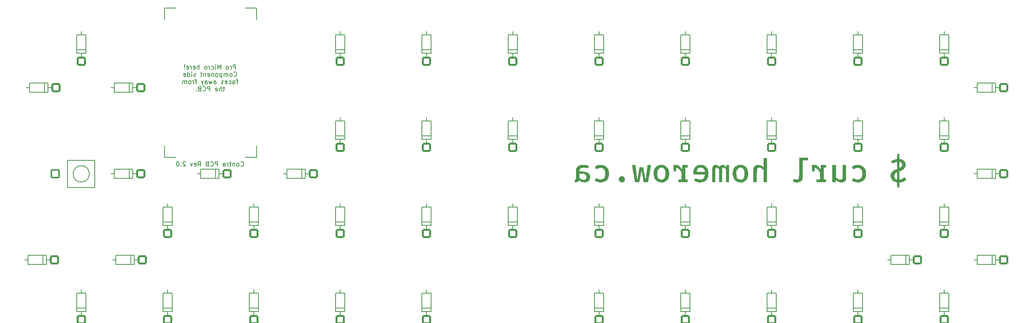
<source format=gbo>
G04 #@! TF.GenerationSoftware,KiCad,Pcbnew,(6.0.0)*
G04 #@! TF.CreationDate,2022-02-06T23:40:04-05:00*
G04 #@! TF.ProjectId,Contra,436f6e74-7261-42e6-9b69-6361645f7063,rev?*
G04 #@! TF.SameCoordinates,Original*
G04 #@! TF.FileFunction,Legend,Bot*
G04 #@! TF.FilePolarity,Positive*
%FSLAX46Y46*%
G04 Gerber Fmt 4.6, Leading zero omitted, Abs format (unit mm)*
G04 Created by KiCad (PCBNEW (6.0.0)) date 2022-02-06 23:40:04*
%MOMM*%
%LPD*%
G01*
G04 APERTURE LIST*
G04 Aperture macros list*
%AMRoundRect*
0 Rectangle with rounded corners*
0 $1 Rounding radius*
0 $2 $3 $4 $5 $6 $7 $8 $9 X,Y pos of 4 corners*
0 Add a 4 corners polygon primitive as box body*
4,1,4,$2,$3,$4,$5,$6,$7,$8,$9,$2,$3,0*
0 Add four circle primitives for the rounded corners*
1,1,$1+$1,$2,$3*
1,1,$1+$1,$4,$5*
1,1,$1+$1,$6,$7*
1,1,$1+$1,$8,$9*
0 Add four rect primitives between the rounded corners*
20,1,$1+$1,$2,$3,$4,$5,0*
20,1,$1+$1,$4,$5,$6,$7,0*
20,1,$1+$1,$6,$7,$8,$9,0*
20,1,$1+$1,$8,$9,$2,$3,0*%
%AMHorizOval*
0 Thick line with rounded ends*
0 $1 width*
0 $2 $3 position (X,Y) of the first rounded end (center of the circle)*
0 $4 $5 position (X,Y) of the second rounded end (center of the circle)*
0 Add line between two ends*
20,1,$1,$2,$3,$4,$5,0*
0 Add two circle primitives to create the rounded ends*
1,1,$1,$2,$3*
1,1,$1,$4,$5*%
G04 Aperture macros list end*
%ADD10C,0.200000*%
%ADD11C,0.150000*%
%ADD12C,2.150000*%
%ADD13C,4.387800*%
%ADD14C,2.650000*%
%ADD15HorizOval,2.650000X0.655001X0.730000X-0.655001X-0.730000X0*%
%ADD16HorizOval,2.650000X0.020000X0.290000X-0.020000X-0.290000X0*%
%ADD17C,3.448000*%
%ADD18C,1.100000*%
%ADD19C,4.800000*%
%ADD20RoundRect,0.200000X0.800000X-0.800000X0.800000X0.800000X-0.800000X0.800000X-0.800000X-0.800000X0*%
%ADD21O,2.000000X2.000000*%
%ADD22RoundRect,0.200000X0.800000X0.800000X-0.800000X0.800000X-0.800000X-0.800000X0.800000X-0.800000X0*%
%ADD23RoundRect,0.200000X-0.850000X0.850000X-0.850000X-0.850000X0.850000X-0.850000X0.850000X0.850000X0*%
%ADD24O,2.100000X2.100000*%
%ADD25C,2.432000*%
G04 APERTURE END LIST*
D10*
X82826964Y-64873142D02*
X82874583Y-64920761D01*
X83017440Y-64968380D01*
X83112678Y-64968380D01*
X83255535Y-64920761D01*
X83350773Y-64825523D01*
X83398392Y-64730285D01*
X83446011Y-64539809D01*
X83446011Y-64396952D01*
X83398392Y-64206476D01*
X83350773Y-64111238D01*
X83255535Y-64016000D01*
X83112678Y-63968380D01*
X83017440Y-63968380D01*
X82874583Y-64016000D01*
X82826964Y-64063619D01*
X82255535Y-64968380D02*
X82350773Y-64920761D01*
X82398392Y-64873142D01*
X82446011Y-64777904D01*
X82446011Y-64492190D01*
X82398392Y-64396952D01*
X82350773Y-64349333D01*
X82255535Y-64301714D01*
X82112678Y-64301714D01*
X82017440Y-64349333D01*
X81969821Y-64396952D01*
X81922202Y-64492190D01*
X81922202Y-64777904D01*
X81969821Y-64873142D01*
X82017440Y-64920761D01*
X82112678Y-64968380D01*
X82255535Y-64968380D01*
X81493630Y-64301714D02*
X81493630Y-64968380D01*
X81493630Y-64396952D02*
X81446011Y-64349333D01*
X81350773Y-64301714D01*
X81207916Y-64301714D01*
X81112678Y-64349333D01*
X81065059Y-64444571D01*
X81065059Y-64968380D01*
X80731726Y-64301714D02*
X80350773Y-64301714D01*
X80588869Y-63968380D02*
X80588869Y-64825523D01*
X80541250Y-64920761D01*
X80446011Y-64968380D01*
X80350773Y-64968380D01*
X80017440Y-64968380D02*
X80017440Y-64301714D01*
X80017440Y-64492190D02*
X79969821Y-64396952D01*
X79922202Y-64349333D01*
X79826964Y-64301714D01*
X79731726Y-64301714D01*
X78969821Y-64968380D02*
X78969821Y-64444571D01*
X79017440Y-64349333D01*
X79112678Y-64301714D01*
X79303154Y-64301714D01*
X79398392Y-64349333D01*
X78969821Y-64920761D02*
X79065059Y-64968380D01*
X79303154Y-64968380D01*
X79398392Y-64920761D01*
X79446011Y-64825523D01*
X79446011Y-64730285D01*
X79398392Y-64635047D01*
X79303154Y-64587428D01*
X79065059Y-64587428D01*
X78969821Y-64539809D01*
X77731726Y-64968380D02*
X77731726Y-63968380D01*
X77350773Y-63968380D01*
X77255535Y-64016000D01*
X77207916Y-64063619D01*
X77160297Y-64158857D01*
X77160297Y-64301714D01*
X77207916Y-64396952D01*
X77255535Y-64444571D01*
X77350773Y-64492190D01*
X77731726Y-64492190D01*
X76160297Y-64873142D02*
X76207916Y-64920761D01*
X76350773Y-64968380D01*
X76446011Y-64968380D01*
X76588869Y-64920761D01*
X76684107Y-64825523D01*
X76731726Y-64730285D01*
X76779345Y-64539809D01*
X76779345Y-64396952D01*
X76731726Y-64206476D01*
X76684107Y-64111238D01*
X76588869Y-64016000D01*
X76446011Y-63968380D01*
X76350773Y-63968380D01*
X76207916Y-64016000D01*
X76160297Y-64063619D01*
X75398392Y-64444571D02*
X75255535Y-64492190D01*
X75207916Y-64539809D01*
X75160297Y-64635047D01*
X75160297Y-64777904D01*
X75207916Y-64873142D01*
X75255535Y-64920761D01*
X75350773Y-64968380D01*
X75731726Y-64968380D01*
X75731726Y-63968380D01*
X75398392Y-63968380D01*
X75303154Y-64016000D01*
X75255535Y-64063619D01*
X75207916Y-64158857D01*
X75207916Y-64254095D01*
X75255535Y-64349333D01*
X75303154Y-64396952D01*
X75398392Y-64444571D01*
X75731726Y-64444571D01*
X73398392Y-64968380D02*
X73731726Y-64492190D01*
X73969821Y-64968380D02*
X73969821Y-63968380D01*
X73588869Y-63968380D01*
X73493630Y-64016000D01*
X73446011Y-64063619D01*
X73398392Y-64158857D01*
X73398392Y-64301714D01*
X73446011Y-64396952D01*
X73493630Y-64444571D01*
X73588869Y-64492190D01*
X73969821Y-64492190D01*
X72588869Y-64920761D02*
X72684107Y-64968380D01*
X72874583Y-64968380D01*
X72969821Y-64920761D01*
X73017440Y-64825523D01*
X73017440Y-64444571D01*
X72969821Y-64349333D01*
X72874583Y-64301714D01*
X72684107Y-64301714D01*
X72588869Y-64349333D01*
X72541250Y-64444571D01*
X72541250Y-64539809D01*
X73017440Y-64635047D01*
X72207916Y-64301714D02*
X71969821Y-64968380D01*
X71731726Y-64301714D01*
X70636488Y-64063619D02*
X70588869Y-64016000D01*
X70493630Y-63968380D01*
X70255535Y-63968380D01*
X70160297Y-64016000D01*
X70112678Y-64063619D01*
X70065059Y-64158857D01*
X70065059Y-64254095D01*
X70112678Y-64396952D01*
X70684107Y-64968380D01*
X70065059Y-64968380D01*
X69636488Y-64873142D02*
X69588869Y-64920761D01*
X69636488Y-64968380D01*
X69684107Y-64920761D01*
X69636488Y-64873142D01*
X69636488Y-64968380D01*
X68969821Y-63968380D02*
X68874583Y-63968380D01*
X68779345Y-64016000D01*
X68731726Y-64063619D01*
X68684107Y-64158857D01*
X68636488Y-64349333D01*
X68636488Y-64587428D01*
X68684107Y-64777904D01*
X68731726Y-64873142D01*
X68779345Y-64920761D01*
X68874583Y-64968380D01*
X68969821Y-64968380D01*
X69065059Y-64920761D01*
X69112678Y-64873142D01*
X69160297Y-64777904D01*
X69207916Y-64587428D01*
X69207916Y-64349333D01*
X69160297Y-64158857D01*
X69112678Y-64063619D01*
X69065059Y-64016000D01*
X68969821Y-63968380D01*
X81715857Y-43503380D02*
X81715857Y-42503380D01*
X81334904Y-42503380D01*
X81239666Y-42551000D01*
X81192047Y-42598619D01*
X81144428Y-42693857D01*
X81144428Y-42836714D01*
X81192047Y-42931952D01*
X81239666Y-42979571D01*
X81334904Y-43027190D01*
X81715857Y-43027190D01*
X80715857Y-43503380D02*
X80715857Y-42836714D01*
X80715857Y-43027190D02*
X80668238Y-42931952D01*
X80620619Y-42884333D01*
X80525380Y-42836714D01*
X80430142Y-42836714D01*
X79953952Y-43503380D02*
X80049190Y-43455761D01*
X80096809Y-43408142D01*
X80144428Y-43312904D01*
X80144428Y-43027190D01*
X80096809Y-42931952D01*
X80049190Y-42884333D01*
X79953952Y-42836714D01*
X79811095Y-42836714D01*
X79715857Y-42884333D01*
X79668238Y-42931952D01*
X79620619Y-43027190D01*
X79620619Y-43312904D01*
X79668238Y-43408142D01*
X79715857Y-43455761D01*
X79811095Y-43503380D01*
X79953952Y-43503380D01*
X78430142Y-43503380D02*
X78430142Y-42503380D01*
X78096809Y-43217666D01*
X77763476Y-42503380D01*
X77763476Y-43503380D01*
X77287285Y-43503380D02*
X77287285Y-42836714D01*
X77287285Y-42503380D02*
X77334904Y-42551000D01*
X77287285Y-42598619D01*
X77239666Y-42551000D01*
X77287285Y-42503380D01*
X77287285Y-42598619D01*
X76382523Y-43455761D02*
X76477761Y-43503380D01*
X76668238Y-43503380D01*
X76763476Y-43455761D01*
X76811095Y-43408142D01*
X76858714Y-43312904D01*
X76858714Y-43027190D01*
X76811095Y-42931952D01*
X76763476Y-42884333D01*
X76668238Y-42836714D01*
X76477761Y-42836714D01*
X76382523Y-42884333D01*
X75953952Y-43503380D02*
X75953952Y-42836714D01*
X75953952Y-43027190D02*
X75906333Y-42931952D01*
X75858714Y-42884333D01*
X75763476Y-42836714D01*
X75668238Y-42836714D01*
X75192047Y-43503380D02*
X75287285Y-43455761D01*
X75334904Y-43408142D01*
X75382523Y-43312904D01*
X75382523Y-43027190D01*
X75334904Y-42931952D01*
X75287285Y-42884333D01*
X75192047Y-42836714D01*
X75049190Y-42836714D01*
X74953952Y-42884333D01*
X74906333Y-42931952D01*
X74858714Y-43027190D01*
X74858714Y-43312904D01*
X74906333Y-43408142D01*
X74953952Y-43455761D01*
X75049190Y-43503380D01*
X75192047Y-43503380D01*
X73668238Y-43503380D02*
X73668238Y-42503380D01*
X73239666Y-43503380D02*
X73239666Y-42979571D01*
X73287285Y-42884333D01*
X73382523Y-42836714D01*
X73525380Y-42836714D01*
X73620619Y-42884333D01*
X73668238Y-42931952D01*
X72382523Y-43455761D02*
X72477761Y-43503380D01*
X72668238Y-43503380D01*
X72763476Y-43455761D01*
X72811095Y-43360523D01*
X72811095Y-42979571D01*
X72763476Y-42884333D01*
X72668238Y-42836714D01*
X72477761Y-42836714D01*
X72382523Y-42884333D01*
X72334904Y-42979571D01*
X72334904Y-43074809D01*
X72811095Y-43170047D01*
X71906333Y-43503380D02*
X71906333Y-42836714D01*
X71906333Y-43027190D02*
X71858714Y-42931952D01*
X71811095Y-42884333D01*
X71715857Y-42836714D01*
X71620619Y-42836714D01*
X70906333Y-43455761D02*
X71001571Y-43503380D01*
X71192047Y-43503380D01*
X71287285Y-43455761D01*
X71334904Y-43360523D01*
X71334904Y-42979571D01*
X71287285Y-42884333D01*
X71192047Y-42836714D01*
X71001571Y-42836714D01*
X70906333Y-42884333D01*
X70858714Y-42979571D01*
X70858714Y-43074809D01*
X71334904Y-43170047D01*
X70430142Y-43408142D02*
X70382523Y-43455761D01*
X70430142Y-43503380D01*
X70477761Y-43455761D01*
X70430142Y-43408142D01*
X70430142Y-43503380D01*
X70430142Y-43122428D02*
X70477761Y-42551000D01*
X70430142Y-42503380D01*
X70382523Y-42551000D01*
X70430142Y-43122428D01*
X70430142Y-42503380D01*
X81311095Y-45018142D02*
X81358714Y-45065761D01*
X81501571Y-45113380D01*
X81596809Y-45113380D01*
X81739666Y-45065761D01*
X81834904Y-44970523D01*
X81882523Y-44875285D01*
X81930142Y-44684809D01*
X81930142Y-44541952D01*
X81882523Y-44351476D01*
X81834904Y-44256238D01*
X81739666Y-44161000D01*
X81596809Y-44113380D01*
X81501571Y-44113380D01*
X81358714Y-44161000D01*
X81311095Y-44208619D01*
X80739666Y-45113380D02*
X80834904Y-45065761D01*
X80882523Y-45018142D01*
X80930142Y-44922904D01*
X80930142Y-44637190D01*
X80882523Y-44541952D01*
X80834904Y-44494333D01*
X80739666Y-44446714D01*
X80596809Y-44446714D01*
X80501571Y-44494333D01*
X80453952Y-44541952D01*
X80406333Y-44637190D01*
X80406333Y-44922904D01*
X80453952Y-45018142D01*
X80501571Y-45065761D01*
X80596809Y-45113380D01*
X80739666Y-45113380D01*
X79977761Y-45113380D02*
X79977761Y-44446714D01*
X79977761Y-44541952D02*
X79930142Y-44494333D01*
X79834904Y-44446714D01*
X79692047Y-44446714D01*
X79596809Y-44494333D01*
X79549190Y-44589571D01*
X79549190Y-45113380D01*
X79549190Y-44589571D02*
X79501571Y-44494333D01*
X79406333Y-44446714D01*
X79263476Y-44446714D01*
X79168238Y-44494333D01*
X79120619Y-44589571D01*
X79120619Y-45113380D01*
X78644428Y-44446714D02*
X78644428Y-45446714D01*
X78644428Y-44494333D02*
X78549190Y-44446714D01*
X78358714Y-44446714D01*
X78263476Y-44494333D01*
X78215857Y-44541952D01*
X78168238Y-44637190D01*
X78168238Y-44922904D01*
X78215857Y-45018142D01*
X78263476Y-45065761D01*
X78358714Y-45113380D01*
X78549190Y-45113380D01*
X78644428Y-45065761D01*
X77596809Y-45113380D02*
X77692047Y-45065761D01*
X77739666Y-45018142D01*
X77787285Y-44922904D01*
X77787285Y-44637190D01*
X77739666Y-44541952D01*
X77692047Y-44494333D01*
X77596809Y-44446714D01*
X77453952Y-44446714D01*
X77358714Y-44494333D01*
X77311095Y-44541952D01*
X77263476Y-44637190D01*
X77263476Y-44922904D01*
X77311095Y-45018142D01*
X77358714Y-45065761D01*
X77453952Y-45113380D01*
X77596809Y-45113380D01*
X76834904Y-44446714D02*
X76834904Y-45113380D01*
X76834904Y-44541952D02*
X76787285Y-44494333D01*
X76692047Y-44446714D01*
X76549190Y-44446714D01*
X76453952Y-44494333D01*
X76406333Y-44589571D01*
X76406333Y-45113380D01*
X75549190Y-45065761D02*
X75644428Y-45113380D01*
X75834904Y-45113380D01*
X75930142Y-45065761D01*
X75977761Y-44970523D01*
X75977761Y-44589571D01*
X75930142Y-44494333D01*
X75834904Y-44446714D01*
X75644428Y-44446714D01*
X75549190Y-44494333D01*
X75501571Y-44589571D01*
X75501571Y-44684809D01*
X75977761Y-44780047D01*
X75073000Y-44446714D02*
X75073000Y-45113380D01*
X75073000Y-44541952D02*
X75025380Y-44494333D01*
X74930142Y-44446714D01*
X74787285Y-44446714D01*
X74692047Y-44494333D01*
X74644428Y-44589571D01*
X74644428Y-45113380D01*
X74311095Y-44446714D02*
X73930142Y-44446714D01*
X74168238Y-44113380D02*
X74168238Y-44970523D01*
X74120619Y-45065761D01*
X74025380Y-45113380D01*
X73930142Y-45113380D01*
X72882523Y-45065761D02*
X72787285Y-45113380D01*
X72596809Y-45113380D01*
X72501571Y-45065761D01*
X72453952Y-44970523D01*
X72453952Y-44922904D01*
X72501571Y-44827666D01*
X72596809Y-44780047D01*
X72739666Y-44780047D01*
X72834904Y-44732428D01*
X72882523Y-44637190D01*
X72882523Y-44589571D01*
X72834904Y-44494333D01*
X72739666Y-44446714D01*
X72596809Y-44446714D01*
X72501571Y-44494333D01*
X72025380Y-45113380D02*
X72025380Y-44446714D01*
X72025380Y-44113380D02*
X72073000Y-44161000D01*
X72025380Y-44208619D01*
X71977761Y-44161000D01*
X72025380Y-44113380D01*
X72025380Y-44208619D01*
X71120619Y-45113380D02*
X71120619Y-44113380D01*
X71120619Y-45065761D02*
X71215857Y-45113380D01*
X71406333Y-45113380D01*
X71501571Y-45065761D01*
X71549190Y-45018142D01*
X71596809Y-44922904D01*
X71596809Y-44637190D01*
X71549190Y-44541952D01*
X71501571Y-44494333D01*
X71406333Y-44446714D01*
X71215857Y-44446714D01*
X71120619Y-44494333D01*
X70263476Y-45065761D02*
X70358714Y-45113380D01*
X70549190Y-45113380D01*
X70644428Y-45065761D01*
X70692047Y-44970523D01*
X70692047Y-44589571D01*
X70644428Y-44494333D01*
X70549190Y-44446714D01*
X70358714Y-44446714D01*
X70263476Y-44494333D01*
X70215857Y-44589571D01*
X70215857Y-44684809D01*
X70692047Y-44780047D01*
X82263476Y-46056714D02*
X81882523Y-46056714D01*
X82120619Y-46723380D02*
X82120619Y-45866238D01*
X82073000Y-45771000D01*
X81977761Y-45723380D01*
X81882523Y-45723380D01*
X81120619Y-46723380D02*
X81120619Y-46199571D01*
X81168238Y-46104333D01*
X81263476Y-46056714D01*
X81453952Y-46056714D01*
X81549190Y-46104333D01*
X81120619Y-46675761D02*
X81215857Y-46723380D01*
X81453952Y-46723380D01*
X81549190Y-46675761D01*
X81596809Y-46580523D01*
X81596809Y-46485285D01*
X81549190Y-46390047D01*
X81453952Y-46342428D01*
X81215857Y-46342428D01*
X81120619Y-46294809D01*
X80215857Y-46675761D02*
X80311095Y-46723380D01*
X80501571Y-46723380D01*
X80596809Y-46675761D01*
X80644428Y-46628142D01*
X80692047Y-46532904D01*
X80692047Y-46247190D01*
X80644428Y-46151952D01*
X80596809Y-46104333D01*
X80501571Y-46056714D01*
X80311095Y-46056714D01*
X80215857Y-46104333D01*
X79406333Y-46675761D02*
X79501571Y-46723380D01*
X79692047Y-46723380D01*
X79787285Y-46675761D01*
X79834904Y-46580523D01*
X79834904Y-46199571D01*
X79787285Y-46104333D01*
X79692047Y-46056714D01*
X79501571Y-46056714D01*
X79406333Y-46104333D01*
X79358714Y-46199571D01*
X79358714Y-46294809D01*
X79834904Y-46390047D01*
X78977761Y-46675761D02*
X78882523Y-46723380D01*
X78692047Y-46723380D01*
X78596809Y-46675761D01*
X78549190Y-46580523D01*
X78549190Y-46532904D01*
X78596809Y-46437666D01*
X78692047Y-46390047D01*
X78834904Y-46390047D01*
X78930142Y-46342428D01*
X78977761Y-46247190D01*
X78977761Y-46199571D01*
X78930142Y-46104333D01*
X78834904Y-46056714D01*
X78692047Y-46056714D01*
X78596809Y-46104333D01*
X76930142Y-46723380D02*
X76930142Y-46199571D01*
X76977761Y-46104333D01*
X77073000Y-46056714D01*
X77263476Y-46056714D01*
X77358714Y-46104333D01*
X76930142Y-46675761D02*
X77025380Y-46723380D01*
X77263476Y-46723380D01*
X77358714Y-46675761D01*
X77406333Y-46580523D01*
X77406333Y-46485285D01*
X77358714Y-46390047D01*
X77263476Y-46342428D01*
X77025380Y-46342428D01*
X76930142Y-46294809D01*
X76549190Y-46056714D02*
X76358714Y-46723380D01*
X76168238Y-46247190D01*
X75977761Y-46723380D01*
X75787285Y-46056714D01*
X74977761Y-46723380D02*
X74977761Y-46199571D01*
X75025380Y-46104333D01*
X75120619Y-46056714D01*
X75311095Y-46056714D01*
X75406333Y-46104333D01*
X74977761Y-46675761D02*
X75073000Y-46723380D01*
X75311095Y-46723380D01*
X75406333Y-46675761D01*
X75453952Y-46580523D01*
X75453952Y-46485285D01*
X75406333Y-46390047D01*
X75311095Y-46342428D01*
X75073000Y-46342428D01*
X74977761Y-46294809D01*
X74596809Y-46056714D02*
X74358714Y-46723380D01*
X74120619Y-46056714D02*
X74358714Y-46723380D01*
X74453952Y-46961476D01*
X74501571Y-47009095D01*
X74596809Y-47056714D01*
X73120619Y-46056714D02*
X72739666Y-46056714D01*
X72977761Y-46723380D02*
X72977761Y-45866238D01*
X72930142Y-45771000D01*
X72834904Y-45723380D01*
X72739666Y-45723380D01*
X72406333Y-46723380D02*
X72406333Y-46056714D01*
X72406333Y-46247190D02*
X72358714Y-46151952D01*
X72311095Y-46104333D01*
X72215857Y-46056714D01*
X72120619Y-46056714D01*
X71644428Y-46723380D02*
X71739666Y-46675761D01*
X71787285Y-46628142D01*
X71834904Y-46532904D01*
X71834904Y-46247190D01*
X71787285Y-46151952D01*
X71739666Y-46104333D01*
X71644428Y-46056714D01*
X71501571Y-46056714D01*
X71406333Y-46104333D01*
X71358714Y-46151952D01*
X71311095Y-46247190D01*
X71311095Y-46532904D01*
X71358714Y-46628142D01*
X71406333Y-46675761D01*
X71501571Y-46723380D01*
X71644428Y-46723380D01*
X70882523Y-46723380D02*
X70882523Y-46056714D01*
X70882523Y-46151952D02*
X70834904Y-46104333D01*
X70739666Y-46056714D01*
X70596809Y-46056714D01*
X70501571Y-46104333D01*
X70453952Y-46199571D01*
X70453952Y-46723380D01*
X70453952Y-46199571D02*
X70406333Y-46104333D01*
X70311095Y-46056714D01*
X70168238Y-46056714D01*
X70073000Y-46104333D01*
X70025380Y-46199571D01*
X70025380Y-46723380D01*
X79263476Y-47666714D02*
X78882523Y-47666714D01*
X79120619Y-47333380D02*
X79120619Y-48190523D01*
X79073000Y-48285761D01*
X78977761Y-48333380D01*
X78882523Y-48333380D01*
X78549190Y-48333380D02*
X78549190Y-47333380D01*
X78120619Y-48333380D02*
X78120619Y-47809571D01*
X78168238Y-47714333D01*
X78263476Y-47666714D01*
X78406333Y-47666714D01*
X78501571Y-47714333D01*
X78549190Y-47761952D01*
X77263476Y-48285761D02*
X77358714Y-48333380D01*
X77549190Y-48333380D01*
X77644428Y-48285761D01*
X77692047Y-48190523D01*
X77692047Y-47809571D01*
X77644428Y-47714333D01*
X77549190Y-47666714D01*
X77358714Y-47666714D01*
X77263476Y-47714333D01*
X77215857Y-47809571D01*
X77215857Y-47904809D01*
X77692047Y-48000047D01*
X76025380Y-48333380D02*
X76025380Y-47333380D01*
X75644428Y-47333380D01*
X75549190Y-47381000D01*
X75501571Y-47428619D01*
X75453952Y-47523857D01*
X75453952Y-47666714D01*
X75501571Y-47761952D01*
X75549190Y-47809571D01*
X75644428Y-47857190D01*
X76025380Y-47857190D01*
X74453952Y-48238142D02*
X74501571Y-48285761D01*
X74644428Y-48333380D01*
X74739666Y-48333380D01*
X74882523Y-48285761D01*
X74977761Y-48190523D01*
X75025380Y-48095285D01*
X75073000Y-47904809D01*
X75073000Y-47761952D01*
X75025380Y-47571476D01*
X74977761Y-47476238D01*
X74882523Y-47381000D01*
X74739666Y-47333380D01*
X74644428Y-47333380D01*
X74501571Y-47381000D01*
X74453952Y-47428619D01*
X73692047Y-47809571D02*
X73549190Y-47857190D01*
X73501571Y-47904809D01*
X73453952Y-48000047D01*
X73453952Y-48142904D01*
X73501571Y-48238142D01*
X73549190Y-48285761D01*
X73644428Y-48333380D01*
X74025380Y-48333380D01*
X74025380Y-47333380D01*
X73692047Y-47333380D01*
X73596809Y-47381000D01*
X73549190Y-47428619D01*
X73501571Y-47523857D01*
X73501571Y-47619095D01*
X73549190Y-47714333D01*
X73596809Y-47761952D01*
X73692047Y-47809571D01*
X74025380Y-47809571D01*
X73025380Y-48238142D02*
X72977761Y-48285761D01*
X73025380Y-48333380D01*
X73073000Y-48285761D01*
X73025380Y-48238142D01*
X73025380Y-48333380D01*
D11*
X47625000Y-35909250D02*
X47625000Y-35147250D01*
X46609000Y-39211250D02*
X48641000Y-39211250D01*
X48641000Y-35909250D02*
X46609000Y-35909250D01*
X47625000Y-39973250D02*
X47625000Y-40735250D01*
X46609000Y-35909250D02*
X46609000Y-39973250D01*
X46609000Y-39973250D02*
X48641000Y-39973250D01*
X48641000Y-39973250D02*
X48641000Y-35909250D01*
X54959250Y-46609000D02*
X54959250Y-48641000D01*
X59023250Y-46609000D02*
X54959250Y-46609000D01*
X54959250Y-47625000D02*
X54197250Y-47625000D01*
X59023250Y-48641000D02*
X59023250Y-46609000D01*
X54959250Y-48641000D02*
X59023250Y-48641000D01*
X58261250Y-48641000D02*
X58261250Y-46609000D01*
X59023250Y-47625000D02*
X59785250Y-47625000D01*
X74009250Y-65659000D02*
X74009250Y-67691000D01*
X78073250Y-66675000D02*
X78835250Y-66675000D01*
X78073250Y-67691000D02*
X78073250Y-65659000D01*
X78073250Y-65659000D02*
X74009250Y-65659000D01*
X74009250Y-67691000D02*
X78073250Y-67691000D01*
X74009250Y-66675000D02*
X73247250Y-66675000D01*
X77311250Y-67691000D02*
X77311250Y-65659000D01*
X105791000Y-35909250D02*
X103759000Y-35909250D01*
X104775000Y-39973250D02*
X104775000Y-40735250D01*
X103759000Y-35909250D02*
X103759000Y-39973250D01*
X103759000Y-39973250D02*
X105791000Y-39973250D01*
X105791000Y-39973250D02*
X105791000Y-35909250D01*
X104775000Y-35909250D02*
X104775000Y-35147250D01*
X103759000Y-39211250D02*
X105791000Y-39211250D01*
X123825000Y-35909250D02*
X123825000Y-35147250D01*
X124841000Y-35909250D02*
X122809000Y-35909250D01*
X122809000Y-39211250D02*
X124841000Y-39211250D01*
X122809000Y-39973250D02*
X124841000Y-39973250D01*
X123825000Y-39973250D02*
X123825000Y-40735250D01*
X124841000Y-39973250D02*
X124841000Y-35909250D01*
X122809000Y-35909250D02*
X122809000Y-39973250D01*
X141859000Y-35909250D02*
X141859000Y-39973250D01*
X141859000Y-39211250D02*
X143891000Y-39211250D01*
X143891000Y-39973250D02*
X143891000Y-35909250D01*
X143891000Y-35909250D02*
X141859000Y-35909250D01*
X142875000Y-39973250D02*
X142875000Y-40735250D01*
X142875000Y-35909250D02*
X142875000Y-35147250D01*
X141859000Y-39973250D02*
X143891000Y-39973250D01*
X162941000Y-35909250D02*
X160909000Y-35909250D01*
X160909000Y-35909250D02*
X160909000Y-39973250D01*
X161925000Y-39973250D02*
X161925000Y-40735250D01*
X160909000Y-39211250D02*
X162941000Y-39211250D01*
X162941000Y-39973250D02*
X162941000Y-35909250D01*
X161925000Y-35909250D02*
X161925000Y-35147250D01*
X160909000Y-39973250D02*
X162941000Y-39973250D01*
X179959000Y-39211250D02*
X181991000Y-39211250D01*
X179959000Y-35909250D02*
X179959000Y-39973250D01*
X181991000Y-39973250D02*
X181991000Y-35909250D01*
X179959000Y-39973250D02*
X181991000Y-39973250D01*
X180975000Y-35909250D02*
X180975000Y-35147250D01*
X181991000Y-35909250D02*
X179959000Y-35909250D01*
X180975000Y-39973250D02*
X180975000Y-40735250D01*
X201041000Y-35909250D02*
X199009000Y-35909250D01*
X200025000Y-39973250D02*
X200025000Y-40735250D01*
X201041000Y-39973250D02*
X201041000Y-35909250D01*
X199009000Y-39211250D02*
X201041000Y-39211250D01*
X200025000Y-35909250D02*
X200025000Y-35147250D01*
X199009000Y-39973250D02*
X201041000Y-39973250D01*
X199009000Y-35909250D02*
X199009000Y-39973250D01*
X219075000Y-35909250D02*
X219075000Y-35147250D01*
X218059000Y-35909250D02*
X218059000Y-39973250D01*
X220091000Y-39973250D02*
X220091000Y-35909250D01*
X218059000Y-39211250D02*
X220091000Y-39211250D01*
X219075000Y-39973250D02*
X219075000Y-40735250D01*
X220091000Y-35909250D02*
X218059000Y-35909250D01*
X218059000Y-39973250D02*
X220091000Y-39973250D01*
X237109000Y-39211250D02*
X239141000Y-39211250D01*
X237109000Y-39973250D02*
X239141000Y-39973250D01*
X239141000Y-39973250D02*
X239141000Y-35909250D01*
X239141000Y-35909250D02*
X237109000Y-35909250D01*
X238125000Y-39973250D02*
X238125000Y-40735250D01*
X237109000Y-35909250D02*
X237109000Y-39973250D01*
X238125000Y-35909250D02*
X238125000Y-35147250D01*
X248761250Y-48641000D02*
X248761250Y-46609000D01*
X245459250Y-48641000D02*
X249523250Y-48641000D01*
X249523250Y-47625000D02*
X250285250Y-47625000D01*
X249523250Y-48641000D02*
X249523250Y-46609000D01*
X245459250Y-46609000D02*
X245459250Y-48641000D01*
X245459250Y-47625000D02*
X244697250Y-47625000D01*
X249523250Y-46609000D02*
X245459250Y-46609000D01*
X40290750Y-47625000D02*
X41052750Y-47625000D01*
X40290750Y-46609000D02*
X36226750Y-46609000D01*
X40290750Y-48641000D02*
X40290750Y-46609000D01*
X36226750Y-48641000D02*
X40290750Y-48641000D01*
X36226750Y-47625000D02*
X35464750Y-47625000D01*
X36226750Y-46609000D02*
X36226750Y-48641000D01*
X39528750Y-48641000D02*
X39528750Y-46609000D01*
X59023250Y-66675000D02*
X59785250Y-66675000D01*
X59023250Y-65659000D02*
X54959250Y-65659000D01*
X59023250Y-67691000D02*
X59023250Y-65659000D01*
X58261250Y-67691000D02*
X58261250Y-65659000D01*
X54959250Y-66675000D02*
X54197250Y-66675000D01*
X54959250Y-65659000D02*
X54959250Y-67691000D01*
X54959250Y-67691000D02*
X59023250Y-67691000D01*
X97123250Y-65659000D02*
X93059250Y-65659000D01*
X93059250Y-67691000D02*
X97123250Y-67691000D01*
X93059250Y-65659000D02*
X93059250Y-67691000D01*
X93059250Y-66675000D02*
X92297250Y-66675000D01*
X97123250Y-67691000D02*
X97123250Y-65659000D01*
X97123250Y-66675000D02*
X97885250Y-66675000D01*
X96361250Y-67691000D02*
X96361250Y-65659000D01*
X104775000Y-54959250D02*
X104775000Y-54197250D01*
X103759000Y-59023250D02*
X105791000Y-59023250D01*
X104775000Y-59023250D02*
X104775000Y-59785250D01*
X105791000Y-54959250D02*
X103759000Y-54959250D01*
X105791000Y-59023250D02*
X105791000Y-54959250D01*
X103759000Y-54959250D02*
X103759000Y-59023250D01*
X103759000Y-58261250D02*
X105791000Y-58261250D01*
X124841000Y-54959250D02*
X122809000Y-54959250D01*
X122809000Y-54959250D02*
X122809000Y-59023250D01*
X123825000Y-54959250D02*
X123825000Y-54197250D01*
X122809000Y-58261250D02*
X124841000Y-58261250D01*
X123825000Y-59023250D02*
X123825000Y-59785250D01*
X124841000Y-59023250D02*
X124841000Y-54959250D01*
X122809000Y-59023250D02*
X124841000Y-59023250D01*
X143891000Y-59023250D02*
X143891000Y-54959250D01*
X141859000Y-54959250D02*
X141859000Y-59023250D01*
X142875000Y-59023250D02*
X142875000Y-59785250D01*
X141859000Y-59023250D02*
X143891000Y-59023250D01*
X143891000Y-54959250D02*
X141859000Y-54959250D01*
X142875000Y-54959250D02*
X142875000Y-54197250D01*
X141859000Y-58261250D02*
X143891000Y-58261250D01*
X162941000Y-59023250D02*
X162941000Y-54959250D01*
X161925000Y-59023250D02*
X161925000Y-59785250D01*
X160909000Y-59023250D02*
X162941000Y-59023250D01*
X160909000Y-58261250D02*
X162941000Y-58261250D01*
X160909000Y-54959250D02*
X160909000Y-59023250D01*
X162941000Y-54959250D02*
X160909000Y-54959250D01*
X161925000Y-54959250D02*
X161925000Y-54197250D01*
X181991000Y-59023250D02*
X181991000Y-54959250D01*
X181991000Y-54959250D02*
X179959000Y-54959250D01*
X179959000Y-54959250D02*
X179959000Y-59023250D01*
X180975000Y-54959250D02*
X180975000Y-54197250D01*
X180975000Y-59023250D02*
X180975000Y-59785250D01*
X179959000Y-59023250D02*
X181991000Y-59023250D01*
X179959000Y-58261250D02*
X181991000Y-58261250D01*
X201041000Y-59023250D02*
X201041000Y-54959250D01*
X200025000Y-59023250D02*
X200025000Y-59785250D01*
X199009000Y-58261250D02*
X201041000Y-58261250D01*
X201041000Y-54959250D02*
X199009000Y-54959250D01*
X199009000Y-59023250D02*
X201041000Y-59023250D01*
X199009000Y-54959250D02*
X199009000Y-59023250D01*
X200025000Y-54959250D02*
X200025000Y-54197250D01*
X218059000Y-58261250D02*
X220091000Y-58261250D01*
X218059000Y-59023250D02*
X220091000Y-59023250D01*
X218059000Y-54959250D02*
X218059000Y-59023250D01*
X219075000Y-54959250D02*
X219075000Y-54197250D01*
X219075000Y-59023250D02*
X219075000Y-59785250D01*
X220091000Y-59023250D02*
X220091000Y-54959250D01*
X220091000Y-54959250D02*
X218059000Y-54959250D01*
X239141000Y-54959250D02*
X237109000Y-54959250D01*
X237109000Y-54959250D02*
X237109000Y-59023250D01*
X238125000Y-54959250D02*
X238125000Y-54197250D01*
X238125000Y-59023250D02*
X238125000Y-59785250D01*
X237109000Y-58261250D02*
X239141000Y-58261250D01*
X239141000Y-59023250D02*
X239141000Y-54959250D01*
X237109000Y-59023250D02*
X239141000Y-59023250D01*
X245459250Y-65659000D02*
X245459250Y-67691000D01*
X249523250Y-66675000D02*
X250285250Y-66675000D01*
X245459250Y-66675000D02*
X244697250Y-66675000D01*
X249523250Y-65659000D02*
X245459250Y-65659000D01*
X245459250Y-67691000D02*
X249523250Y-67691000D01*
X249523250Y-67691000D02*
X249523250Y-65659000D01*
X248761250Y-67691000D02*
X248761250Y-65659000D01*
X59340750Y-84709000D02*
X55276750Y-84709000D01*
X59340750Y-86741000D02*
X59340750Y-84709000D01*
X55276750Y-86741000D02*
X59340750Y-86741000D01*
X55276750Y-84709000D02*
X55276750Y-86741000D01*
X59340750Y-85725000D02*
X60102750Y-85725000D01*
X58578750Y-86741000D02*
X58578750Y-84709000D01*
X55276750Y-85725000D02*
X54514750Y-85725000D01*
X66675000Y-78073250D02*
X66675000Y-78835250D01*
X65659000Y-74009250D02*
X65659000Y-78073250D01*
X65659000Y-77311250D02*
X67691000Y-77311250D01*
X65659000Y-78073250D02*
X67691000Y-78073250D01*
X67691000Y-78073250D02*
X67691000Y-74009250D01*
X67691000Y-74009250D02*
X65659000Y-74009250D01*
X66675000Y-74009250D02*
X66675000Y-73247250D01*
X86741000Y-78073250D02*
X86741000Y-74009250D01*
X84709000Y-77311250D02*
X86741000Y-77311250D01*
X84709000Y-78073250D02*
X86741000Y-78073250D01*
X85725000Y-78073250D02*
X85725000Y-78835250D01*
X85725000Y-74009250D02*
X85725000Y-73247250D01*
X84709000Y-74009250D02*
X84709000Y-78073250D01*
X86741000Y-74009250D02*
X84709000Y-74009250D01*
X104775000Y-74009250D02*
X104775000Y-73247250D01*
X105791000Y-78073250D02*
X105791000Y-74009250D01*
X105791000Y-74009250D02*
X103759000Y-74009250D01*
X104775000Y-78073250D02*
X104775000Y-78835250D01*
X103759000Y-78073250D02*
X105791000Y-78073250D01*
X103759000Y-77311250D02*
X105791000Y-77311250D01*
X103759000Y-74009250D02*
X103759000Y-78073250D01*
X123825000Y-74009250D02*
X123825000Y-73247250D01*
X122809000Y-78073250D02*
X124841000Y-78073250D01*
X123825000Y-78073250D02*
X123825000Y-78835250D01*
X122809000Y-74009250D02*
X122809000Y-78073250D01*
X124841000Y-74009250D02*
X122809000Y-74009250D01*
X124841000Y-78073250D02*
X124841000Y-74009250D01*
X122809000Y-77311250D02*
X124841000Y-77311250D01*
X143891000Y-74009250D02*
X141859000Y-74009250D01*
X141859000Y-77311250D02*
X143891000Y-77311250D01*
X141859000Y-74009250D02*
X141859000Y-78073250D01*
X141859000Y-78073250D02*
X143891000Y-78073250D01*
X142875000Y-74009250D02*
X142875000Y-73247250D01*
X143891000Y-78073250D02*
X143891000Y-74009250D01*
X142875000Y-78073250D02*
X142875000Y-78835250D01*
X161925000Y-78073250D02*
X161925000Y-78835250D01*
X162941000Y-78073250D02*
X162941000Y-74009250D01*
X162941000Y-74009250D02*
X160909000Y-74009250D01*
X161925000Y-74009250D02*
X161925000Y-73247250D01*
X160909000Y-74009250D02*
X160909000Y-78073250D01*
X160909000Y-77311250D02*
X162941000Y-77311250D01*
X160909000Y-78073250D02*
X162941000Y-78073250D01*
X180975000Y-74009250D02*
X180975000Y-73247250D01*
X179959000Y-74009250D02*
X179959000Y-78073250D01*
X181991000Y-74009250D02*
X179959000Y-74009250D01*
X180975000Y-78073250D02*
X180975000Y-78835250D01*
X179959000Y-78073250D02*
X181991000Y-78073250D01*
X181991000Y-78073250D02*
X181991000Y-74009250D01*
X179959000Y-77311250D02*
X181991000Y-77311250D01*
X200025000Y-74009250D02*
X200025000Y-73247250D01*
X199009000Y-77311250D02*
X201041000Y-77311250D01*
X201041000Y-78073250D02*
X201041000Y-74009250D01*
X199009000Y-78073250D02*
X201041000Y-78073250D01*
X199009000Y-74009250D02*
X199009000Y-78073250D01*
X200025000Y-78073250D02*
X200025000Y-78835250D01*
X201041000Y-74009250D02*
X199009000Y-74009250D01*
X219075000Y-74009250D02*
X219075000Y-73247250D01*
X220091000Y-74009250D02*
X218059000Y-74009250D01*
X219075000Y-78073250D02*
X219075000Y-78835250D01*
X218059000Y-78073250D02*
X220091000Y-78073250D01*
X218059000Y-74009250D02*
X218059000Y-78073250D01*
X220091000Y-78073250D02*
X220091000Y-74009250D01*
X218059000Y-77311250D02*
X220091000Y-77311250D01*
X226409250Y-84709000D02*
X226409250Y-86741000D01*
X230473250Y-84709000D02*
X226409250Y-84709000D01*
X230473250Y-85725000D02*
X231235250Y-85725000D01*
X230473250Y-86741000D02*
X230473250Y-84709000D01*
X229711250Y-86741000D02*
X229711250Y-84709000D01*
X226409250Y-85725000D02*
X225647250Y-85725000D01*
X226409250Y-86741000D02*
X230473250Y-86741000D01*
X237109000Y-74009250D02*
X237109000Y-78073250D01*
X239141000Y-74009250D02*
X237109000Y-74009250D01*
X239141000Y-78073250D02*
X239141000Y-74009250D01*
X237109000Y-78073250D02*
X239141000Y-78073250D01*
X238125000Y-74009250D02*
X238125000Y-73247250D01*
X238125000Y-78073250D02*
X238125000Y-78835250D01*
X237109000Y-77311250D02*
X239141000Y-77311250D01*
X35909250Y-85725000D02*
X35147250Y-85725000D01*
X39211250Y-86741000D02*
X39211250Y-84709000D01*
X39973250Y-86741000D02*
X39973250Y-84709000D01*
X39973250Y-85725000D02*
X40735250Y-85725000D01*
X35909250Y-86741000D02*
X39973250Y-86741000D01*
X39973250Y-84709000D02*
X35909250Y-84709000D01*
X35909250Y-84709000D02*
X35909250Y-86741000D01*
X46609000Y-96361250D02*
X48641000Y-96361250D01*
X47625000Y-97123250D02*
X47625000Y-97885250D01*
X48641000Y-97123250D02*
X48641000Y-93059250D01*
X46609000Y-97123250D02*
X48641000Y-97123250D01*
X48641000Y-93059250D02*
X46609000Y-93059250D01*
X47625000Y-93059250D02*
X47625000Y-92297250D01*
X46609000Y-93059250D02*
X46609000Y-97123250D01*
X66675000Y-97123250D02*
X66675000Y-97885250D01*
X67691000Y-93059250D02*
X65659000Y-93059250D01*
X65659000Y-96361250D02*
X67691000Y-96361250D01*
X66675000Y-93059250D02*
X66675000Y-92297250D01*
X67691000Y-97123250D02*
X67691000Y-93059250D01*
X65659000Y-93059250D02*
X65659000Y-97123250D01*
X65659000Y-97123250D02*
X67691000Y-97123250D01*
X85725000Y-93059250D02*
X85725000Y-92297250D01*
X86741000Y-97123250D02*
X86741000Y-93059250D01*
X84709000Y-96361250D02*
X86741000Y-96361250D01*
X86741000Y-93059250D02*
X84709000Y-93059250D01*
X84709000Y-93059250D02*
X84709000Y-97123250D01*
X85725000Y-97123250D02*
X85725000Y-97885250D01*
X84709000Y-97123250D02*
X86741000Y-97123250D01*
X105791000Y-93059250D02*
X103759000Y-93059250D01*
X104775000Y-93059250D02*
X104775000Y-92297250D01*
X103759000Y-96361250D02*
X105791000Y-96361250D01*
X103759000Y-93059250D02*
X103759000Y-97123250D01*
X103759000Y-97123250D02*
X105791000Y-97123250D01*
X105791000Y-97123250D02*
X105791000Y-93059250D01*
X104775000Y-97123250D02*
X104775000Y-97885250D01*
X122809000Y-93059250D02*
X122809000Y-97123250D01*
X124841000Y-97123250D02*
X124841000Y-93059250D01*
X122809000Y-97123250D02*
X124841000Y-97123250D01*
X123825000Y-97123250D02*
X123825000Y-97885250D01*
X124841000Y-93059250D02*
X122809000Y-93059250D01*
X123825000Y-93059250D02*
X123825000Y-92297250D01*
X122809000Y-96361250D02*
X124841000Y-96361250D01*
X160909000Y-97123250D02*
X162941000Y-97123250D01*
X160909000Y-93059250D02*
X160909000Y-97123250D01*
X162941000Y-93059250D02*
X160909000Y-93059250D01*
X161925000Y-93059250D02*
X161925000Y-92297250D01*
X161925000Y-97123250D02*
X161925000Y-97885250D01*
X160909000Y-96361250D02*
X162941000Y-96361250D01*
X162941000Y-97123250D02*
X162941000Y-93059250D01*
X179959000Y-96361250D02*
X181991000Y-96361250D01*
X179959000Y-93059250D02*
X179959000Y-97123250D01*
X179959000Y-97123250D02*
X181991000Y-97123250D01*
X181991000Y-97123250D02*
X181991000Y-93059250D01*
X180975000Y-97123250D02*
X180975000Y-97885250D01*
X180975000Y-93059250D02*
X180975000Y-92297250D01*
X181991000Y-93059250D02*
X179959000Y-93059250D01*
X199009000Y-96361250D02*
X201041000Y-96361250D01*
X201041000Y-97123250D02*
X201041000Y-93059250D01*
X200025000Y-93059250D02*
X200025000Y-92297250D01*
X199009000Y-93059250D02*
X199009000Y-97123250D01*
X201041000Y-93059250D02*
X199009000Y-93059250D01*
X199009000Y-97123250D02*
X201041000Y-97123250D01*
X200025000Y-97123250D02*
X200025000Y-97885250D01*
X218059000Y-97123250D02*
X220091000Y-97123250D01*
X220091000Y-97123250D02*
X220091000Y-93059250D01*
X220091000Y-93059250D02*
X218059000Y-93059250D01*
X218059000Y-96361250D02*
X220091000Y-96361250D01*
X219075000Y-93059250D02*
X219075000Y-92297250D01*
X219075000Y-97123250D02*
X219075000Y-97885250D01*
X218059000Y-93059250D02*
X218059000Y-97123250D01*
X237109000Y-93059250D02*
X237109000Y-97123250D01*
X238125000Y-93059250D02*
X238125000Y-92297250D01*
X239141000Y-93059250D02*
X237109000Y-93059250D01*
X239141000Y-97123250D02*
X239141000Y-93059250D01*
X238125000Y-97123250D02*
X238125000Y-97885250D01*
X237109000Y-97123250D02*
X239141000Y-97123250D01*
X237109000Y-96361250D02*
X239141000Y-96361250D01*
X249523250Y-86741000D02*
X249523250Y-84709000D01*
X249523250Y-85725000D02*
X250285250Y-85725000D01*
X245459250Y-84709000D02*
X245459250Y-86741000D01*
X248761250Y-86741000D02*
X248761250Y-84709000D01*
X249523250Y-84709000D02*
X245459250Y-84709000D01*
X245459250Y-85725000D02*
X244697250Y-85725000D01*
X245459250Y-86741000D02*
X249523250Y-86741000D01*
X86360000Y-30003750D02*
X86360000Y-32543750D01*
X83820000Y-30003750D02*
X86360000Y-30003750D01*
X66040000Y-30003750D02*
X66040000Y-32543750D01*
X86360000Y-63023750D02*
X83820000Y-63023750D01*
X68580000Y-63023750D02*
X66040000Y-63023750D01*
X68580000Y-30003750D02*
X66040000Y-30003750D01*
X86360000Y-60483750D02*
X86360000Y-63023750D01*
X66040000Y-63023750D02*
X66040000Y-60483750D01*
X50625000Y-63675000D02*
X44625000Y-63675000D01*
X44625000Y-69675000D02*
X50625000Y-69675000D01*
X44625000Y-63675000D02*
X44625000Y-69675000D01*
X50625000Y-69675000D02*
X50625000Y-63675000D01*
X49421051Y-66675000D02*
G75*
G03*
X49421051Y-66675000I-1796051J0D01*
G01*
G36*
X162586606Y-64686414D02*
G01*
X162866989Y-64747143D01*
X163214840Y-64886434D01*
X163514652Y-65087028D01*
X163762513Y-65345444D01*
X163954510Y-65658197D01*
X164086731Y-66021805D01*
X164104670Y-66104626D01*
X164132117Y-66323643D01*
X164144589Y-66576676D01*
X164141985Y-66835754D01*
X164124206Y-67072905D01*
X164091152Y-67260155D01*
X164088072Y-67271609D01*
X163955784Y-67627756D01*
X163767535Y-67927719D01*
X163522951Y-68171972D01*
X163221655Y-68360993D01*
X163216842Y-68363342D01*
X163044631Y-68437843D01*
X162865957Y-68500519D01*
X162718750Y-68538018D01*
X162552704Y-68558503D01*
X162222172Y-68559184D01*
X161885856Y-68514177D01*
X161563849Y-68428116D01*
X161276244Y-68305640D01*
X161043136Y-68151383D01*
X161015872Y-68125513D01*
X161001556Y-68086103D01*
X161025949Y-68028287D01*
X161094135Y-67929997D01*
X161106104Y-67913537D01*
X161206326Y-67774260D01*
X161275586Y-67688357D01*
X161332558Y-67649366D01*
X161395917Y-67650826D01*
X161484335Y-67686275D01*
X161616487Y-67749253D01*
X161756518Y-67807511D01*
X162060180Y-67887606D01*
X162351922Y-67903762D01*
X162621484Y-67857184D01*
X162858604Y-67749077D01*
X163053022Y-67580645D01*
X163105852Y-67511083D01*
X163220075Y-67279092D01*
X163290204Y-66989806D01*
X163314063Y-66650969D01*
X163307488Y-66457574D01*
X163256056Y-66117652D01*
X163154519Y-65836331D01*
X163004003Y-65615040D01*
X162805633Y-65455206D01*
X162560534Y-65358258D01*
X162269832Y-65325625D01*
X162032050Y-65346992D01*
X161733589Y-65424562D01*
X161460249Y-65548875D01*
X161452776Y-65553262D01*
X161397027Y-65586860D01*
X161356586Y-65601616D01*
X161318631Y-65588779D01*
X161270338Y-65539597D01*
X161198885Y-65445320D01*
X161091448Y-65297198D01*
X160969491Y-65129865D01*
X161133920Y-65010754D01*
X161240079Y-64941066D01*
X161542537Y-64799125D01*
X161882089Y-64706174D01*
X162237269Y-64667006D01*
X162586606Y-64686414D01*
G37*
G36*
X177342021Y-67272644D02*
G01*
X177234133Y-67611958D01*
X177070081Y-67904675D01*
X176847783Y-68156446D01*
X176837504Y-68165843D01*
X176587346Y-68345777D01*
X176296131Y-68479434D01*
X175994219Y-68552720D01*
X175704991Y-68572687D01*
X175331284Y-68540462D01*
X174995484Y-68441388D01*
X174701223Y-68278918D01*
X174452133Y-68056510D01*
X174251846Y-67777619D01*
X174103995Y-67445701D01*
X174012212Y-67064210D01*
X173980129Y-66636604D01*
X173980446Y-66615469D01*
X174810824Y-66615469D01*
X174811357Y-66678685D01*
X174834286Y-67036383D01*
X174892443Y-67327794D01*
X174987850Y-67558059D01*
X175122527Y-67732315D01*
X175298496Y-67855703D01*
X175325312Y-67868677D01*
X175558870Y-67939296D01*
X175796375Y-67944391D01*
X176021465Y-67887794D01*
X176217783Y-67773341D01*
X176368968Y-67604864D01*
X176445995Y-67462624D01*
X176509457Y-67280977D01*
X176548424Y-67065981D01*
X176565430Y-66802899D01*
X176563012Y-66476996D01*
X176560296Y-66394606D01*
X176551267Y-66200913D01*
X176537799Y-66059573D01*
X176516375Y-65950481D01*
X176483479Y-65853533D01*
X176435593Y-65748624D01*
X176432861Y-65743068D01*
X176307772Y-65541732D01*
X176157106Y-65406149D01*
X175966100Y-65326956D01*
X175719987Y-65294787D01*
X175623959Y-65291993D01*
X175487776Y-65298111D01*
X175383599Y-65323716D01*
X175281018Y-65374316D01*
X175107037Y-65510686D01*
X174973875Y-65698358D01*
X174881457Y-65941514D01*
X174827776Y-66245452D01*
X174810824Y-66615469D01*
X173980446Y-66615469D01*
X173982550Y-66475269D01*
X174012735Y-66128908D01*
X174080592Y-65825460D01*
X174190163Y-65543906D01*
X174206312Y-65510882D01*
X174391731Y-65226355D01*
X174630412Y-64995988D01*
X174914915Y-64823359D01*
X175237803Y-64712050D01*
X175591638Y-64665639D01*
X175968982Y-64687709D01*
X176158954Y-64724884D01*
X176494355Y-64844147D01*
X176779159Y-65024364D01*
X177012851Y-65265165D01*
X177194914Y-65566178D01*
X177224115Y-65629998D01*
X177309542Y-65854343D01*
X177364692Y-66082492D01*
X177394307Y-66339086D01*
X177403125Y-66648771D01*
X177398282Y-66802899D01*
X177395825Y-66881082D01*
X177342021Y-67272644D01*
G37*
G36*
X173094416Y-64690877D02*
G01*
X173246343Y-64694640D01*
X173337894Y-64704686D01*
X173382774Y-64723269D01*
X173394688Y-64752645D01*
X173393628Y-64763971D01*
X173382298Y-64842936D01*
X173359861Y-64986570D01*
X173327941Y-65185187D01*
X173288158Y-65429102D01*
X173242134Y-65708631D01*
X173191491Y-66014088D01*
X173137851Y-66335788D01*
X173082834Y-66664047D01*
X173028063Y-66989179D01*
X172975159Y-67301499D01*
X172925743Y-67591323D01*
X172881438Y-67848965D01*
X172843864Y-68064741D01*
X172814644Y-68228965D01*
X172795398Y-68331953D01*
X172754060Y-68540313D01*
X171786447Y-68540313D01*
X171574917Y-67300078D01*
X171512984Y-66937353D01*
X171460931Y-66634020D01*
X171419360Y-66394580D01*
X171386866Y-66211743D01*
X171362040Y-66078223D01*
X171343476Y-65986730D01*
X171329766Y-65929976D01*
X171319504Y-65900672D01*
X171311282Y-65891532D01*
X171303693Y-65895266D01*
X171297831Y-65916441D01*
X171279985Y-66007175D01*
X171252492Y-66160659D01*
X171216939Y-66367623D01*
X171174908Y-66618801D01*
X171127985Y-66904923D01*
X171077755Y-67216723D01*
X170869529Y-68520469D01*
X170369796Y-68531548D01*
X169870063Y-68542628D01*
X169824783Y-68273579D01*
X169819809Y-68243801D01*
X169799054Y-68118004D01*
X169767868Y-67927736D01*
X169727873Y-67682945D01*
X169680691Y-67393579D01*
X169627946Y-67069585D01*
X169571259Y-66720909D01*
X169512253Y-66357500D01*
X169245004Y-64710469D01*
X169598498Y-64698991D01*
X169673420Y-64696869D01*
X169818891Y-64694774D01*
X169922430Y-64696139D01*
X169965348Y-64700868D01*
X169966488Y-64704502D01*
X169976163Y-64765273D01*
X169993595Y-64894076D01*
X170017722Y-65082386D01*
X170047479Y-65321676D01*
X170081802Y-65603419D01*
X170119629Y-65919089D01*
X170159894Y-66260159D01*
X170168734Y-66335424D01*
X170209437Y-66677909D01*
X170248159Y-66997378D01*
X170283720Y-67284525D01*
X170314941Y-67530044D01*
X170340643Y-67724626D01*
X170359644Y-67858966D01*
X170370767Y-67923756D01*
X170370950Y-67924470D01*
X170383053Y-67938213D01*
X170400850Y-67902476D01*
X170425389Y-67812427D01*
X170457719Y-67663237D01*
X170498887Y-67450074D01*
X170549943Y-67168107D01*
X170611934Y-66812506D01*
X170633650Y-66686509D01*
X170686812Y-66379658D01*
X170736641Y-66094204D01*
X170781130Y-65841515D01*
X170818270Y-65632960D01*
X170846054Y-65479909D01*
X170862475Y-65393729D01*
X170901531Y-65203865D01*
X171301690Y-65215135D01*
X171701848Y-65226406D01*
X171961364Y-66623597D01*
X172019174Y-66932003D01*
X172075544Y-67226962D01*
X172126313Y-67486780D01*
X172169752Y-67702867D01*
X172204134Y-67866634D01*
X172227731Y-67969492D01*
X172238815Y-68002853D01*
X172240002Y-67999305D01*
X172250030Y-67939267D01*
X172267830Y-67813162D01*
X172292153Y-67631096D01*
X172321753Y-67403176D01*
X172355383Y-67139507D01*
X172391796Y-66850196D01*
X172429744Y-66545351D01*
X172467981Y-66235076D01*
X172505259Y-65929479D01*
X172540332Y-65638665D01*
X172571951Y-65372742D01*
X172598871Y-65141815D01*
X172619844Y-64955991D01*
X172633623Y-64825377D01*
X172638961Y-64760078D01*
X172642873Y-64737237D01*
X172668086Y-64712872D01*
X172729330Y-64698748D01*
X172841041Y-64692214D01*
X173017657Y-64690625D01*
X173094416Y-64690877D01*
G37*
G36*
X198526797Y-63160709D02*
G01*
X198686543Y-63176632D01*
X198829211Y-63193478D01*
X198923672Y-63207578D01*
X199032813Y-63228494D01*
X199032813Y-68540313D01*
X198239063Y-68540313D01*
X198239063Y-65810425D01*
X198002589Y-65591491D01*
X197995323Y-65584785D01*
X197808066Y-65431011D01*
X197637548Y-65337215D01*
X197462011Y-65294705D01*
X197259695Y-65294793D01*
X197175905Y-65305775D01*
X197000363Y-65369605D01*
X196879819Y-65488304D01*
X196808490Y-65666641D01*
X196802308Y-65713369D01*
X196794178Y-65839602D01*
X196786910Y-66027200D01*
X196780758Y-66265653D01*
X196775981Y-66544448D01*
X196772834Y-66853072D01*
X196771572Y-67181016D01*
X196770625Y-68540313D01*
X195971882Y-68540313D01*
X195984301Y-66982578D01*
X195996719Y-65424844D01*
X196115782Y-65186719D01*
X196193425Y-65051867D01*
X196349648Y-64875333D01*
X196548213Y-64756581D01*
X196802866Y-64685586D01*
X196863802Y-64676382D01*
X197185144Y-64673561D01*
X197505951Y-64742083D01*
X197810168Y-64877075D01*
X198081738Y-65073665D01*
X198239063Y-65215799D01*
X198239063Y-63134757D01*
X198526797Y-63160709D01*
G37*
G36*
X219339731Y-64686414D02*
G01*
X219620114Y-64747143D01*
X219967965Y-64886434D01*
X220267777Y-65087028D01*
X220515638Y-65345444D01*
X220707635Y-65658197D01*
X220839856Y-66021805D01*
X220857795Y-66104626D01*
X220885242Y-66323643D01*
X220897714Y-66576676D01*
X220895110Y-66835754D01*
X220877331Y-67072905D01*
X220844277Y-67260155D01*
X220841197Y-67271609D01*
X220708909Y-67627756D01*
X220520660Y-67927719D01*
X220276076Y-68171972D01*
X219974780Y-68360993D01*
X219969967Y-68363342D01*
X219797756Y-68437843D01*
X219619082Y-68500519D01*
X219471875Y-68538018D01*
X219305829Y-68558503D01*
X218975297Y-68559184D01*
X218638981Y-68514177D01*
X218316974Y-68428116D01*
X218029369Y-68305640D01*
X217796261Y-68151383D01*
X217768997Y-68125513D01*
X217754681Y-68086103D01*
X217779074Y-68028287D01*
X217847260Y-67929997D01*
X217859229Y-67913537D01*
X217959451Y-67774260D01*
X218028711Y-67688357D01*
X218085683Y-67649366D01*
X218149042Y-67650826D01*
X218237460Y-67686275D01*
X218369612Y-67749253D01*
X218509643Y-67807511D01*
X218813305Y-67887606D01*
X219105047Y-67903762D01*
X219374609Y-67857184D01*
X219611729Y-67749077D01*
X219806147Y-67580645D01*
X219858977Y-67511083D01*
X219973200Y-67279092D01*
X220043329Y-66989806D01*
X220067188Y-66650969D01*
X220060613Y-66457574D01*
X220009181Y-66117652D01*
X219907644Y-65836331D01*
X219757128Y-65615040D01*
X219558758Y-65455206D01*
X219313659Y-65358258D01*
X219022957Y-65325625D01*
X218785175Y-65346992D01*
X218486714Y-65424562D01*
X218213374Y-65548875D01*
X218205901Y-65553262D01*
X218150152Y-65586860D01*
X218109711Y-65601616D01*
X218071756Y-65588779D01*
X218023463Y-65539597D01*
X217952010Y-65445320D01*
X217844573Y-65297198D01*
X217722616Y-65129865D01*
X217887045Y-65010754D01*
X217993204Y-64941066D01*
X218295662Y-64799125D01*
X218635214Y-64706174D01*
X218990394Y-64667006D01*
X219339731Y-64686414D01*
G37*
G36*
X167010658Y-67173523D02*
G01*
X167234972Y-67219248D01*
X167417368Y-67332333D01*
X167558511Y-67513159D01*
X167609751Y-67645397D01*
X167638144Y-67833146D01*
X167630011Y-68021310D01*
X167584012Y-68175174D01*
X167561389Y-68214375D01*
X167450225Y-68353035D01*
X167313458Y-68469671D01*
X167179454Y-68538787D01*
X166967539Y-68570780D01*
X166754079Y-68537164D01*
X166568321Y-68440968D01*
X166421603Y-68290809D01*
X166325259Y-68095307D01*
X166290625Y-67863078D01*
X166313963Y-67665311D01*
X166400478Y-67462012D01*
X166543233Y-67306611D01*
X166734191Y-67207337D01*
X166965313Y-67172417D01*
X167010658Y-67173523D01*
G37*
G36*
X186093125Y-66928525D02*
G01*
X186033491Y-67289182D01*
X185922725Y-67601809D01*
X185756981Y-67876508D01*
X185532411Y-68123383D01*
X185288906Y-68309748D01*
X184995393Y-68449841D01*
X184652179Y-68536552D01*
X184652054Y-68536572D01*
X184236146Y-68567555D01*
X183824574Y-68523947D01*
X183430050Y-68408259D01*
X183065286Y-68223003D01*
X182877416Y-68103859D01*
X183043741Y-67875601D01*
X183051335Y-67865179D01*
X183132552Y-67753626D01*
X183191688Y-67672251D01*
X183216400Y-67638034D01*
X183221055Y-67638387D01*
X183276069Y-67660471D01*
X183379324Y-67708242D01*
X183513827Y-67773932D01*
X183700860Y-67853894D01*
X183998121Y-67929448D01*
X184286390Y-67943773D01*
X184555171Y-67899071D01*
X184793969Y-67797543D01*
X184992290Y-67641392D01*
X185139636Y-67432820D01*
X185164412Y-67376301D01*
X185211432Y-67239516D01*
X185255509Y-67082232D01*
X185288168Y-66935994D01*
X185300938Y-66832346D01*
X185298326Y-66829629D01*
X185240407Y-66819430D01*
X185111554Y-66809981D01*
X184918477Y-66801532D01*
X184667888Y-66794335D01*
X184366497Y-66788637D01*
X184021016Y-66784690D01*
X182741094Y-66774219D01*
X182728919Y-66560683D01*
X182728106Y-66353227D01*
X182742527Y-66238438D01*
X183503896Y-66238438D01*
X185307915Y-66238438D01*
X185280142Y-66069766D01*
X185275967Y-66045566D01*
X185193338Y-65764441D01*
X185058837Y-65541991D01*
X184874730Y-65380260D01*
X184643284Y-65281289D01*
X184366769Y-65247122D01*
X184102560Y-65280246D01*
X183881060Y-65378462D01*
X183707723Y-65536866D01*
X183587914Y-65750557D01*
X183526994Y-66014634D01*
X183503896Y-66238438D01*
X182742527Y-66238438D01*
X182771440Y-66008300D01*
X182864943Y-65676638D01*
X183002374Y-65378113D01*
X183177491Y-65132597D01*
X183212780Y-65095614D01*
X183433744Y-64924694D01*
X183705333Y-64792352D01*
X184009019Y-64704281D01*
X184326273Y-64666173D01*
X184638567Y-64683720D01*
X184720495Y-64698245D01*
X185069341Y-64804866D01*
X185373272Y-64974299D01*
X185629072Y-65202310D01*
X185833523Y-65484665D01*
X185983409Y-65817132D01*
X186075513Y-66195478D01*
X186078695Y-66238438D01*
X186106618Y-66615469D01*
X186093125Y-66928525D01*
G37*
G36*
X178946837Y-64674022D02*
G01*
X179101290Y-64681041D01*
X179218246Y-64698009D01*
X179321127Y-64728666D01*
X179433355Y-64776754D01*
X179666483Y-64917808D01*
X179899262Y-65141190D01*
X180085541Y-65421355D01*
X180141279Y-65520217D01*
X180194152Y-65597585D01*
X180224340Y-65621179D01*
X180236254Y-65599088D01*
X180257422Y-65516068D01*
X180276869Y-65395969D01*
X180290066Y-65298660D01*
X180317316Y-65114913D01*
X180345706Y-64938672D01*
X180387836Y-64690625D01*
X181530625Y-64690625D01*
X181530625Y-65285938D01*
X180975000Y-65285938D01*
X180975000Y-67945000D01*
X181530625Y-67945000D01*
X181530625Y-68540313D01*
X179427188Y-68540313D01*
X179427188Y-67945000D01*
X180181250Y-67945000D01*
X180181250Y-66494167D01*
X180044687Y-66209207D01*
X179892361Y-65943553D01*
X179713080Y-65720367D01*
X179517720Y-65550688D01*
X179315840Y-65442803D01*
X179117001Y-65405000D01*
X178990625Y-65405000D01*
X178990625Y-66159063D01*
X178445226Y-66159063D01*
X178422373Y-65970547D01*
X178416442Y-65920813D01*
X178391001Y-65688593D01*
X178368339Y-65452830D01*
X178349443Y-65227265D01*
X178335299Y-65025636D01*
X178326894Y-64861684D01*
X178325215Y-64749150D01*
X178331249Y-64701772D01*
X178363101Y-64692712D01*
X178461330Y-64682762D01*
X178607545Y-64675834D01*
X178784052Y-64673050D01*
X178946837Y-64674022D01*
G37*
G36*
X189310752Y-64671014D02*
G01*
X189316198Y-64671972D01*
X189470820Y-64722265D01*
X189637324Y-64810162D01*
X189785931Y-64917341D01*
X189886863Y-65025481D01*
X189886969Y-65025641D01*
X189943459Y-65097364D01*
X189985772Y-65127188D01*
X190001561Y-65107553D01*
X190025111Y-65028269D01*
X190045311Y-64908906D01*
X190072584Y-64690625D01*
X190658750Y-64690625D01*
X190658750Y-68540313D01*
X189944375Y-68540313D01*
X189944375Y-65645887D01*
X189825496Y-65510490D01*
X189718141Y-65407647D01*
X189539399Y-65311764D01*
X189344752Y-65292994D01*
X189332368Y-65294220D01*
X189278283Y-65302224D01*
X189233865Y-65318809D01*
X189198158Y-65351052D01*
X189170207Y-65406034D01*
X189149058Y-65490833D01*
X189133755Y-65612531D01*
X189123345Y-65778205D01*
X189116871Y-65994936D01*
X189113379Y-66269804D01*
X189111915Y-66609887D01*
X189111523Y-67022266D01*
X189110938Y-68540313D01*
X188475938Y-68540313D01*
X188475938Y-65678192D01*
X188305659Y-65497971D01*
X188275530Y-65466601D01*
X188170049Y-65371791D01*
X188074012Y-65321115D01*
X187958292Y-65297789D01*
X187850575Y-65291300D01*
X187768277Y-65310042D01*
X187701930Y-65365382D01*
X187695178Y-65373061D01*
X187676251Y-65399701D01*
X187660801Y-65435779D01*
X187648386Y-65489064D01*
X187638567Y-65567328D01*
X187630903Y-65678342D01*
X187624954Y-65829875D01*
X187620280Y-66029700D01*
X187616440Y-66285586D01*
X187612995Y-66605304D01*
X187609503Y-66996624D01*
X187596349Y-68540313D01*
X186928125Y-68540313D01*
X186928125Y-66960016D01*
X186928126Y-66944200D01*
X186928690Y-66510371D01*
X186930905Y-66148072D01*
X186935634Y-65849716D01*
X186943738Y-65607716D01*
X186956080Y-65414483D01*
X186973523Y-65262431D01*
X186996927Y-65143973D01*
X187027157Y-65051519D01*
X187065073Y-64977484D01*
X187111538Y-64914279D01*
X187167414Y-64854317D01*
X187268667Y-64773019D01*
X187465311Y-64689058D01*
X187686274Y-64665985D01*
X187916527Y-64702580D01*
X188141042Y-64797623D01*
X188344792Y-64949894D01*
X188436270Y-65035998D01*
X188509697Y-65101950D01*
X188542569Y-65127188D01*
X188548759Y-65119141D01*
X188555313Y-65063688D01*
X188566085Y-65019946D01*
X188630847Y-64926670D01*
X188736523Y-64829122D01*
X188862665Y-64744861D01*
X188988821Y-64691448D01*
X189019720Y-64684073D01*
X189172006Y-64665483D01*
X189310752Y-64671014D01*
G37*
G36*
X208081563Y-63658750D02*
G01*
X206890938Y-63658750D01*
X206890938Y-65635922D01*
X206890818Y-66028594D01*
X206889940Y-66450228D01*
X206887581Y-66804936D01*
X206883018Y-67099614D01*
X206875527Y-67341159D01*
X206864387Y-67536468D01*
X206848874Y-67692438D01*
X206828267Y-67815966D01*
X206801842Y-67913948D01*
X206768877Y-67993283D01*
X206728649Y-68060865D01*
X206680436Y-68123593D01*
X206623515Y-68188364D01*
X206534453Y-68276605D01*
X206289164Y-68442079D01*
X206004171Y-68540804D01*
X205929119Y-68553053D01*
X205707791Y-68563419D01*
X205456575Y-68548354D01*
X205202578Y-68511340D01*
X204972906Y-68455860D01*
X204794665Y-68385397D01*
X204769963Y-68371202D01*
X204744995Y-68343673D01*
X204743503Y-68296569D01*
X204766723Y-68211555D01*
X204815888Y-68070298D01*
X204913608Y-67796139D01*
X205094987Y-67850726D01*
X205151541Y-67865787D01*
X205344098Y-67896039D01*
X205544824Y-67902711D01*
X205725680Y-67885976D01*
X205858625Y-67846008D01*
X205860790Y-67844891D01*
X205909902Y-67820171D01*
X205951706Y-67796409D01*
X205986790Y-67767424D01*
X206015741Y-67727038D01*
X206039147Y-67669071D01*
X206057595Y-67587344D01*
X206071672Y-67475677D01*
X206081966Y-67327891D01*
X206089065Y-67137807D01*
X206093556Y-66899246D01*
X206096026Y-66606028D01*
X206097063Y-66251973D01*
X206097255Y-65830903D01*
X206097188Y-65336638D01*
X206097188Y-63063438D01*
X208081563Y-63063438D01*
X208081563Y-63658750D01*
G37*
G36*
X209506212Y-64674022D02*
G01*
X209660665Y-64681041D01*
X209777621Y-64698009D01*
X209880502Y-64728666D01*
X209992730Y-64776754D01*
X210225858Y-64917808D01*
X210458637Y-65141190D01*
X210644916Y-65421355D01*
X210700654Y-65520217D01*
X210753527Y-65597585D01*
X210783715Y-65621179D01*
X210795629Y-65599088D01*
X210816797Y-65516068D01*
X210836244Y-65395969D01*
X210849441Y-65298660D01*
X210876691Y-65114913D01*
X210905081Y-64938672D01*
X210947211Y-64690625D01*
X212090000Y-64690625D01*
X212090000Y-65285938D01*
X211534375Y-65285938D01*
X211534375Y-67945000D01*
X212090000Y-67945000D01*
X212090000Y-68540313D01*
X209986563Y-68540313D01*
X209986563Y-67945000D01*
X210740625Y-67945000D01*
X210740625Y-66494167D01*
X210604062Y-66209207D01*
X210451736Y-65943553D01*
X210272455Y-65720367D01*
X210077095Y-65550688D01*
X209875215Y-65442803D01*
X209676376Y-65405000D01*
X209550000Y-65405000D01*
X209550000Y-66159063D01*
X209004601Y-66159063D01*
X208981748Y-65970547D01*
X208975817Y-65920813D01*
X208950376Y-65688593D01*
X208927714Y-65452830D01*
X208908818Y-65227265D01*
X208894674Y-65025636D01*
X208886269Y-64861684D01*
X208884590Y-64749150D01*
X208890624Y-64701772D01*
X208922476Y-64692712D01*
X209020705Y-64682762D01*
X209166920Y-64675834D01*
X209343427Y-64673050D01*
X209506212Y-64674022D01*
G37*
G36*
X228431329Y-67933636D02*
G01*
X228605603Y-67899603D01*
X228895131Y-67784563D01*
X229192999Y-67593894D01*
X229408967Y-67430935D01*
X229597995Y-67638358D01*
X229603062Y-67643933D01*
X229696194Y-67752045D01*
X229762824Y-67839730D01*
X229788824Y-67888473D01*
X229778367Y-67921874D01*
X229712070Y-68000253D01*
X229597507Y-68096337D01*
X229449599Y-68199990D01*
X229283263Y-68301076D01*
X229113417Y-68389459D01*
X228954982Y-68455003D01*
X228860260Y-68483851D01*
X228669262Y-68529219D01*
X228488654Y-68559261D01*
X228242813Y-68587794D01*
X228242813Y-69651563D01*
X227768803Y-69651563D01*
X227746719Y-68562253D01*
X227568125Y-68532157D01*
X227559608Y-68530624D01*
X227430342Y-68494860D01*
X227267402Y-68434361D01*
X227103941Y-68361328D01*
X226993933Y-68301692D01*
X226728749Y-68100849D01*
X226524484Y-67852915D01*
X226384777Y-67564642D01*
X226313267Y-67242787D01*
X226313461Y-67033772D01*
X227110098Y-67033772D01*
X227110261Y-67273614D01*
X227174933Y-67498040D01*
X227302623Y-67689686D01*
X227363077Y-67746244D01*
X227474362Y-67826743D01*
X227588774Y-67889389D01*
X227684988Y-67923144D01*
X227741678Y-67916968D01*
X227742916Y-67914762D01*
X227750412Y-67857902D01*
X227756907Y-67736053D01*
X227762017Y-67561651D01*
X227765363Y-67347137D01*
X227766563Y-67104948D01*
X227766512Y-67043563D01*
X227764471Y-66766199D01*
X227759196Y-66560977D01*
X227750333Y-66421862D01*
X227737529Y-66342819D01*
X227720428Y-66317813D01*
X227639320Y-66343044D01*
X227525131Y-66411967D01*
X227402292Y-66507475D01*
X227292773Y-66612415D01*
X227218547Y-66709635D01*
X227175932Y-66795880D01*
X227110098Y-67033772D01*
X226313461Y-67033772D01*
X226313591Y-66894104D01*
X226342746Y-66720728D01*
X226447902Y-66436160D01*
X226622520Y-66181803D01*
X226868174Y-65956026D01*
X227186437Y-65757201D01*
X227578884Y-65583696D01*
X227768237Y-65512639D01*
X227757478Y-64754367D01*
X227756292Y-64670781D01*
X228242813Y-64670781D01*
X228243728Y-64830175D01*
X228247740Y-65027315D01*
X228254387Y-65184323D01*
X228263065Y-65288120D01*
X228273166Y-65325625D01*
X228307332Y-65318398D01*
X228402433Y-65275785D01*
X228518503Y-65208655D01*
X228629083Y-65132912D01*
X228707714Y-65064458D01*
X228714538Y-65056725D01*
X228810234Y-64895924D01*
X228862841Y-64703171D01*
X228861525Y-64517028D01*
X228837848Y-64435500D01*
X228748972Y-64279479D01*
X228620607Y-64145306D01*
X228472440Y-64051340D01*
X228324159Y-64015938D01*
X228299310Y-64017802D01*
X228276218Y-64031431D01*
X228260462Y-64068124D01*
X228250642Y-64139144D01*
X228245360Y-64255752D01*
X228243217Y-64429210D01*
X228242813Y-64670781D01*
X227756292Y-64670781D01*
X227746719Y-63996094D01*
X227607813Y-64009269D01*
X227556204Y-64016642D01*
X227368068Y-64071045D01*
X227160080Y-64163702D01*
X226961006Y-64282464D01*
X226810292Y-64386533D01*
X226592161Y-64171470D01*
X226374029Y-63956406D01*
X226484905Y-63865780D01*
X226577762Y-63799392D01*
X226767992Y-63691179D01*
X226993636Y-63585408D01*
X227229169Y-63493680D01*
X227449063Y-63427595D01*
X227746719Y-63355368D01*
X227768803Y-62269688D01*
X228242813Y-62269688D01*
X228242813Y-63365056D01*
X228490860Y-63416001D01*
X228800310Y-63509243D01*
X229084455Y-63661533D01*
X229315392Y-63862079D01*
X229487411Y-64104512D01*
X229594808Y-64382463D01*
X229631875Y-64689562D01*
X229631460Y-64703171D01*
X229629048Y-64782203D01*
X229575971Y-65071560D01*
X229452760Y-65327699D01*
X229255537Y-65559585D01*
X229239991Y-65573919D01*
X229088658Y-65692298D01*
X228896123Y-65817653D01*
X228687855Y-65935445D01*
X228489324Y-66031138D01*
X228325997Y-66090191D01*
X228321021Y-66091525D01*
X228295685Y-66101842D01*
X228276511Y-66123406D01*
X228262640Y-66165949D01*
X228253215Y-66239205D01*
X228247378Y-66352905D01*
X228244270Y-66516783D01*
X228243034Y-66740570D01*
X228242813Y-67034000D01*
X228242813Y-67956056D01*
X228431329Y-67933636D01*
G37*
G36*
X194804521Y-67272644D02*
G01*
X194696633Y-67611958D01*
X194532581Y-67904675D01*
X194310283Y-68156446D01*
X194300004Y-68165843D01*
X194049846Y-68345777D01*
X193758631Y-68479434D01*
X193456719Y-68552720D01*
X193167491Y-68572687D01*
X192793784Y-68540462D01*
X192457984Y-68441388D01*
X192163723Y-68278918D01*
X191914633Y-68056510D01*
X191714346Y-67777619D01*
X191566495Y-67445701D01*
X191474712Y-67064210D01*
X191442629Y-66636604D01*
X191442946Y-66615469D01*
X192273324Y-66615469D01*
X192273857Y-66678685D01*
X192296786Y-67036383D01*
X192354943Y-67327794D01*
X192450350Y-67558059D01*
X192585027Y-67732315D01*
X192760996Y-67855703D01*
X192787812Y-67868677D01*
X193021370Y-67939296D01*
X193258875Y-67944391D01*
X193483965Y-67887794D01*
X193680283Y-67773341D01*
X193831468Y-67604864D01*
X193908495Y-67462624D01*
X193971957Y-67280977D01*
X194010924Y-67065981D01*
X194027930Y-66802899D01*
X194025512Y-66476996D01*
X194022796Y-66394606D01*
X194013767Y-66200913D01*
X194000299Y-66059573D01*
X193978875Y-65950481D01*
X193945979Y-65853533D01*
X193898093Y-65748624D01*
X193895361Y-65743068D01*
X193770272Y-65541732D01*
X193619606Y-65406149D01*
X193428600Y-65326956D01*
X193182487Y-65294787D01*
X193086459Y-65291993D01*
X192950276Y-65298111D01*
X192846099Y-65323716D01*
X192743518Y-65374316D01*
X192569537Y-65510686D01*
X192436375Y-65698358D01*
X192343957Y-65941514D01*
X192290276Y-66245452D01*
X192273324Y-66615469D01*
X191442946Y-66615469D01*
X191445050Y-66475269D01*
X191475235Y-66128908D01*
X191543092Y-65825460D01*
X191652663Y-65543906D01*
X191668812Y-65510882D01*
X191854231Y-65226355D01*
X192092912Y-64995988D01*
X192377415Y-64823359D01*
X192700303Y-64712050D01*
X193054138Y-64665639D01*
X193431482Y-64687709D01*
X193621454Y-64724884D01*
X193956855Y-64844147D01*
X194241659Y-65024364D01*
X194475351Y-65265165D01*
X194657414Y-65566178D01*
X194686615Y-65629998D01*
X194772042Y-65854343D01*
X194827192Y-66082492D01*
X194856807Y-66339086D01*
X194865625Y-66648771D01*
X194860782Y-66802899D01*
X194858325Y-66881082D01*
X194804521Y-67272644D01*
G37*
G36*
X159974917Y-67527996D02*
G01*
X159914860Y-67827583D01*
X159790629Y-68082199D01*
X159605162Y-68288187D01*
X159361397Y-68441887D01*
X159062272Y-68539644D01*
X159041836Y-68543739D01*
X158763799Y-68566297D01*
X158466352Y-68538442D01*
X158172938Y-68465830D01*
X157906996Y-68354117D01*
X157691965Y-68208961D01*
X157612230Y-68141315D01*
X157538414Y-68084995D01*
X157505952Y-68069094D01*
X157505377Y-68069935D01*
X157477348Y-68113637D01*
X157427337Y-68193122D01*
X157399811Y-68231895D01*
X157264607Y-68359515D01*
X157087209Y-68466273D01*
X156896314Y-68533762D01*
X156729347Y-68570797D01*
X156558461Y-68057285D01*
X156691809Y-67946035D01*
X156825157Y-67834784D01*
X156838815Y-67032732D01*
X157599063Y-67032732D01*
X157599298Y-67103338D01*
X157603943Y-67280336D01*
X157616749Y-67403767D01*
X157640604Y-67493126D01*
X157678400Y-67567907D01*
X157690594Y-67586542D01*
X157818125Y-67723411D01*
X157993741Y-67847171D01*
X158190376Y-67938245D01*
X158235894Y-67951096D01*
X158377610Y-67974551D01*
X158527720Y-67983134D01*
X158711729Y-67967151D01*
X158904874Y-67899996D01*
X159040442Y-67778643D01*
X159120403Y-67601125D01*
X159146727Y-67365478D01*
X159140511Y-67245564D01*
X159087256Y-67045808D01*
X158972594Y-66887255D01*
X158788152Y-66755667D01*
X158765546Y-66743411D01*
X158682910Y-66705152D01*
X158593761Y-66678900D01*
X158479883Y-66661620D01*
X158323061Y-66650276D01*
X158105079Y-66641834D01*
X157599063Y-66625927D01*
X157599063Y-67032732D01*
X156838815Y-67032732D01*
X156845000Y-66669501D01*
X156864844Y-65504219D01*
X156987246Y-65285938D01*
X157001814Y-65260803D01*
X157180016Y-65039301D01*
X157419010Y-64865046D01*
X157713206Y-64742227D01*
X157762371Y-64728843D01*
X158019127Y-64687879D01*
X158323225Y-64675815D01*
X158653618Y-64691055D01*
X158989259Y-64732004D01*
X159309100Y-64797067D01*
X159592094Y-64884647D01*
X159699968Y-64925823D01*
X159605473Y-65175333D01*
X159594253Y-65205144D01*
X159553044Y-65309903D01*
X159513190Y-65375635D01*
X159458822Y-65407203D01*
X159374067Y-65409467D01*
X159243055Y-65387291D01*
X159049915Y-65345537D01*
X158807745Y-65305519D01*
X158392549Y-65293318D01*
X158350507Y-65295647D01*
X158088851Y-65330368D01*
X157892346Y-65400836D01*
X157753365Y-65512873D01*
X157664277Y-65672305D01*
X157617455Y-65884952D01*
X157591471Y-66106936D01*
X158160814Y-66131254D01*
X158470583Y-66150869D01*
X158823420Y-66195760D01*
X159116096Y-66264999D01*
X159358312Y-66361798D01*
X159559772Y-66489371D01*
X159730176Y-66650929D01*
X159810739Y-66751899D01*
X159910255Y-66932846D01*
X159964126Y-67139910D01*
X159978338Y-67365478D01*
X159980313Y-67396832D01*
X159974917Y-67527996D01*
G37*
G36*
X214233125Y-67431151D02*
G01*
X214402832Y-67600858D01*
X214476048Y-67667812D01*
X214619366Y-67777477D01*
X214752706Y-67857783D01*
X214890757Y-67908412D01*
X215097325Y-67941999D01*
X215298895Y-67934516D01*
X215464737Y-67884797D01*
X215515848Y-67857052D01*
X215565297Y-67822508D01*
X215605087Y-67778109D01*
X215636267Y-67716130D01*
X215659885Y-67628846D01*
X215676992Y-67508534D01*
X215688635Y-67347468D01*
X215695865Y-67137925D01*
X215699730Y-66872181D01*
X215701280Y-66542510D01*
X215701563Y-66141190D01*
X215701563Y-64690625D01*
X216498696Y-64690625D01*
X216487082Y-66288047D01*
X216486996Y-66299902D01*
X216483850Y-66699092D01*
X216480535Y-67026968D01*
X216476664Y-67291377D01*
X216471849Y-67500167D01*
X216465704Y-67661185D01*
X216457842Y-67782279D01*
X216447876Y-67871298D01*
X216435419Y-67936088D01*
X216420084Y-67984498D01*
X216401485Y-68024375D01*
X216362422Y-68093041D01*
X216194200Y-68305850D01*
X215985467Y-68453069D01*
X215728296Y-68540781D01*
X215575797Y-68559829D01*
X215330694Y-68556019D01*
X215075922Y-68520576D01*
X214846396Y-68456824D01*
X214759106Y-68417842D01*
X214582269Y-68311368D01*
X214416719Y-68180790D01*
X214203173Y-67985620D01*
X214178462Y-68109177D01*
X214177018Y-68116661D01*
X214160537Y-68247001D01*
X214153750Y-68386523D01*
X214153750Y-68540313D01*
X213439375Y-68540313D01*
X213439375Y-64690625D01*
X214233125Y-64690625D01*
X214233125Y-67431151D01*
G37*
%LPC*%
D12*
X33020000Y-38100000D03*
X43180000Y-38100000D03*
D13*
X38100000Y-38100000D03*
D14*
X35600000Y-34100000D03*
D15*
X34945001Y-34830000D03*
D16*
X40620000Y-33310000D03*
D14*
X40640000Y-33020000D03*
D12*
X52070000Y-38100000D03*
D13*
X57150000Y-38100000D03*
D12*
X62230000Y-38100000D03*
D14*
X54650000Y-34100000D03*
D15*
X53995001Y-34830000D03*
D14*
X59690000Y-33020000D03*
D16*
X59670000Y-33310000D03*
D12*
X81280000Y-38100000D03*
D13*
X76200000Y-38100000D03*
D12*
X71120000Y-38100000D03*
D14*
X73700000Y-34100000D03*
D15*
X73045001Y-34830000D03*
D16*
X78720000Y-33310000D03*
D14*
X78740000Y-33020000D03*
D13*
X95250000Y-38100000D03*
D12*
X90170000Y-38100000D03*
X100330000Y-38100000D03*
D15*
X92095001Y-34830000D03*
D14*
X92750000Y-34100000D03*
D16*
X97770000Y-33310000D03*
D14*
X97790000Y-33020000D03*
D13*
X114300000Y-38100000D03*
D12*
X109220000Y-38100000D03*
X119380000Y-38100000D03*
D14*
X111800000Y-34100000D03*
D15*
X111145001Y-34830000D03*
D14*
X116840000Y-33020000D03*
D16*
X116820000Y-33310000D03*
D12*
X128270000Y-38100000D03*
X138430000Y-38100000D03*
D13*
X133350000Y-38100000D03*
D14*
X130850000Y-34100000D03*
D15*
X130195001Y-34830000D03*
D16*
X135870000Y-33310000D03*
D14*
X135890000Y-33020000D03*
D12*
X147320000Y-38100000D03*
D13*
X152400000Y-38100000D03*
D12*
X157480000Y-38100000D03*
D15*
X149245001Y-34830000D03*
D14*
X149900000Y-34100000D03*
X154940000Y-33020000D03*
D16*
X154920000Y-33310000D03*
D13*
X171450000Y-38100000D03*
D12*
X176530000Y-38100000D03*
X166370000Y-38100000D03*
D14*
X168950000Y-34100000D03*
D15*
X168295001Y-34830000D03*
D16*
X173970000Y-33310000D03*
D14*
X173990000Y-33020000D03*
D12*
X185420000Y-38100000D03*
D13*
X190500000Y-38100000D03*
D12*
X195580000Y-38100000D03*
D14*
X188000000Y-34100000D03*
D15*
X187345001Y-34830000D03*
D14*
X193040000Y-33020000D03*
D16*
X193020000Y-33310000D03*
D12*
X214630000Y-38100000D03*
D13*
X209550000Y-38100000D03*
D12*
X204470000Y-38100000D03*
D15*
X206395001Y-34830000D03*
D14*
X207050000Y-34100000D03*
D16*
X212070000Y-33310000D03*
D14*
X212090000Y-33020000D03*
D12*
X233680000Y-38100000D03*
X223520000Y-38100000D03*
D13*
X228600000Y-38100000D03*
D15*
X225445001Y-34830000D03*
D14*
X226100000Y-34100000D03*
X231140000Y-33020000D03*
D16*
X231120000Y-33310000D03*
D12*
X252730000Y-38100000D03*
D13*
X247650000Y-38100000D03*
D12*
X242570000Y-38100000D03*
D15*
X244495001Y-34830000D03*
D14*
X245150000Y-34100000D03*
D16*
X250170000Y-33310000D03*
D14*
X250190000Y-33020000D03*
D12*
X43180000Y-57150000D03*
X33020000Y-57150000D03*
D13*
X38100000Y-57150000D03*
D15*
X34945001Y-53880000D03*
D14*
X35600000Y-53150000D03*
X40640000Y-52070000D03*
D16*
X40620000Y-52360000D03*
D12*
X62230000Y-57150000D03*
X52070000Y-57150000D03*
D13*
X57150000Y-57150000D03*
D14*
X54650000Y-53150000D03*
D15*
X53995001Y-53880000D03*
D16*
X59670000Y-52360000D03*
D14*
X59690000Y-52070000D03*
D13*
X76200000Y-57150000D03*
D12*
X81280000Y-57150000D03*
X71120000Y-57150000D03*
D15*
X73045001Y-53880000D03*
D14*
X73700000Y-53150000D03*
D16*
X78720000Y-52360000D03*
D14*
X78740000Y-52070000D03*
D13*
X95250000Y-57150000D03*
D12*
X100330000Y-57150000D03*
X90170000Y-57150000D03*
D14*
X92750000Y-53150000D03*
D15*
X92095001Y-53880000D03*
D16*
X97770000Y-52360000D03*
D14*
X97790000Y-52070000D03*
D13*
X114300000Y-57150000D03*
D12*
X119380000Y-57150000D03*
X109220000Y-57150000D03*
D15*
X111145001Y-53880000D03*
D14*
X111800000Y-53150000D03*
X116840000Y-52070000D03*
D16*
X116820000Y-52360000D03*
D13*
X133350000Y-57150000D03*
D12*
X138430000Y-57150000D03*
X128270000Y-57150000D03*
D14*
X130850000Y-53150000D03*
D15*
X130195001Y-53880000D03*
D16*
X135870000Y-52360000D03*
D14*
X135890000Y-52070000D03*
D12*
X157480000Y-57150000D03*
X147320000Y-57150000D03*
D13*
X152400000Y-57150000D03*
D14*
X149900000Y-53150000D03*
D15*
X149245001Y-53880000D03*
D16*
X154920000Y-52360000D03*
D14*
X154940000Y-52070000D03*
D12*
X166370000Y-57150000D03*
D13*
X171450000Y-57150000D03*
D12*
X176530000Y-57150000D03*
D14*
X168950000Y-53150000D03*
D15*
X168295001Y-53880000D03*
D14*
X173990000Y-52070000D03*
D16*
X173970000Y-52360000D03*
D13*
X190500000Y-57150000D03*
D12*
X195580000Y-57150000D03*
X185420000Y-57150000D03*
D15*
X187345001Y-53880000D03*
D14*
X188000000Y-53150000D03*
X193040000Y-52070000D03*
D16*
X193020000Y-52360000D03*
D12*
X204470000Y-57150000D03*
X214630000Y-57150000D03*
D13*
X209550000Y-57150000D03*
D14*
X207050000Y-53150000D03*
D15*
X206395001Y-53880000D03*
D16*
X212070000Y-52360000D03*
D14*
X212090000Y-52070000D03*
D12*
X233680000Y-57150000D03*
X223520000Y-57150000D03*
D13*
X228600000Y-57150000D03*
D14*
X226100000Y-53150000D03*
D15*
X225445001Y-53880000D03*
D14*
X231140000Y-52070000D03*
D16*
X231120000Y-52360000D03*
D12*
X242570000Y-57150000D03*
D13*
X247650000Y-57150000D03*
D12*
X252730000Y-57150000D03*
D14*
X245150000Y-53150000D03*
D15*
X244495001Y-53880000D03*
D16*
X250170000Y-52360000D03*
D14*
X250190000Y-52070000D03*
D12*
X43180000Y-76200000D03*
D13*
X38100000Y-76200000D03*
D12*
X33020000Y-76200000D03*
D14*
X35600000Y-72200000D03*
D15*
X34945001Y-72930000D03*
D14*
X40640000Y-71120000D03*
D16*
X40620000Y-71410000D03*
D12*
X52070000Y-76200000D03*
X62230000Y-76200000D03*
D13*
X57150000Y-76200000D03*
D15*
X53995001Y-72930000D03*
D14*
X54650000Y-72200000D03*
X59690000Y-71120000D03*
D16*
X59670000Y-71410000D03*
D13*
X76200000Y-76200000D03*
D12*
X81280000Y-76200000D03*
X71120000Y-76200000D03*
D14*
X73700000Y-72200000D03*
D15*
X73045001Y-72930000D03*
D14*
X78740000Y-71120000D03*
D16*
X78720000Y-71410000D03*
D12*
X90170000Y-76200000D03*
D13*
X95250000Y-76200000D03*
D12*
X100330000Y-76200000D03*
D15*
X92095001Y-72930000D03*
D14*
X92750000Y-72200000D03*
X97790000Y-71120000D03*
D16*
X97770000Y-71410000D03*
D12*
X119380000Y-76200000D03*
D13*
X114300000Y-76200000D03*
D12*
X109220000Y-76200000D03*
D14*
X111800000Y-72200000D03*
D15*
X111145001Y-72930000D03*
D16*
X116820000Y-71410000D03*
D14*
X116840000Y-71120000D03*
D12*
X128270000Y-76200000D03*
X138430000Y-76200000D03*
D13*
X133350000Y-76200000D03*
D14*
X130850000Y-72200000D03*
D15*
X130195001Y-72930000D03*
D16*
X135870000Y-71410000D03*
D14*
X135890000Y-71120000D03*
D12*
X157480000Y-76200000D03*
X147320000Y-76200000D03*
D13*
X152400000Y-76200000D03*
D14*
X149900000Y-72200000D03*
D15*
X149245001Y-72930000D03*
D14*
X154940000Y-71120000D03*
D16*
X154920000Y-71410000D03*
D12*
X166370000Y-76200000D03*
D13*
X171450000Y-76200000D03*
D12*
X176530000Y-76200000D03*
D14*
X168950000Y-72200000D03*
D15*
X168295001Y-72930000D03*
D14*
X173990000Y-71120000D03*
D16*
X173970000Y-71410000D03*
D12*
X185420000Y-76200000D03*
X195580000Y-76200000D03*
D13*
X190500000Y-76200000D03*
D14*
X188000000Y-72200000D03*
D15*
X187345001Y-72930000D03*
D16*
X193020000Y-71410000D03*
D14*
X193040000Y-71120000D03*
D12*
X214630000Y-76200000D03*
X204470000Y-76200000D03*
D13*
X209550000Y-76200000D03*
D15*
X206395001Y-72930000D03*
D14*
X207050000Y-72200000D03*
D16*
X212070000Y-71410000D03*
D14*
X212090000Y-71120000D03*
D13*
X228600000Y-76200000D03*
D12*
X223520000Y-76200000D03*
X233680000Y-76200000D03*
D14*
X226100000Y-72200000D03*
D15*
X225445001Y-72930000D03*
D14*
X231140000Y-71120000D03*
D16*
X231120000Y-71410000D03*
D12*
X242570000Y-76200000D03*
D13*
X247650000Y-76200000D03*
D12*
X252730000Y-76200000D03*
D14*
X245150000Y-72200000D03*
D15*
X244495001Y-72930000D03*
D16*
X250170000Y-71410000D03*
D14*
X250190000Y-71120000D03*
D13*
X38100000Y-95250000D03*
D12*
X33020000Y-95250000D03*
X43180000Y-95250000D03*
D15*
X34945001Y-91980000D03*
D14*
X35600000Y-91250000D03*
X40640000Y-90170000D03*
D16*
X40620000Y-90460000D03*
D13*
X57150000Y-95250000D03*
D12*
X52070000Y-95250000D03*
X62230000Y-95250000D03*
D15*
X53995001Y-91980000D03*
D14*
X54650000Y-91250000D03*
X59690000Y-90170000D03*
D16*
X59670000Y-90460000D03*
D13*
X76200000Y-95250000D03*
D12*
X81280000Y-95250000D03*
X71120000Y-95250000D03*
D14*
X73700000Y-91250000D03*
D15*
X73045001Y-91980000D03*
D14*
X78740000Y-90170000D03*
D16*
X78720000Y-90460000D03*
D12*
X100330000Y-95250000D03*
X90170000Y-95250000D03*
D13*
X95250000Y-95250000D03*
D15*
X92095001Y-91980000D03*
D14*
X92750000Y-91250000D03*
X97790000Y-90170000D03*
D16*
X97770000Y-90460000D03*
D12*
X119380000Y-95250000D03*
D13*
X114300000Y-95250000D03*
D12*
X109220000Y-95250000D03*
D14*
X111800000Y-91250000D03*
D15*
X111145001Y-91980000D03*
D16*
X116820000Y-90460000D03*
D14*
X116840000Y-90170000D03*
D13*
X133350000Y-95250000D03*
D12*
X138430000Y-95250000D03*
X128270000Y-95250000D03*
D15*
X130195001Y-91980000D03*
D14*
X130850000Y-91250000D03*
X135890000Y-90170000D03*
D16*
X135870000Y-90460000D03*
D13*
X152400000Y-95250000D03*
D12*
X147320000Y-95250000D03*
X157480000Y-95250000D03*
D14*
X149900000Y-91250000D03*
D15*
X149245001Y-91980000D03*
D16*
X154920000Y-90460000D03*
D14*
X154940000Y-90170000D03*
D12*
X166370000Y-95250000D03*
D13*
X171450000Y-95250000D03*
D12*
X176530000Y-95250000D03*
D14*
X168950000Y-91250000D03*
D15*
X168295001Y-91980000D03*
D16*
X173970000Y-90460000D03*
D14*
X173990000Y-90170000D03*
D12*
X195580000Y-95250000D03*
D13*
X190500000Y-95250000D03*
D12*
X185420000Y-95250000D03*
D15*
X187345001Y-91980000D03*
D14*
X188000000Y-91250000D03*
D16*
X193020000Y-90460000D03*
D14*
X193040000Y-90170000D03*
D12*
X204470000Y-95250000D03*
D13*
X209550000Y-95250000D03*
D12*
X214630000Y-95250000D03*
D14*
X207050000Y-91250000D03*
D15*
X206395001Y-91980000D03*
D16*
X212070000Y-90460000D03*
D14*
X212090000Y-90170000D03*
D13*
X228600000Y-95250000D03*
D12*
X233680000Y-95250000D03*
X223520000Y-95250000D03*
D15*
X225445001Y-91980000D03*
D14*
X226100000Y-91250000D03*
X231140000Y-90170000D03*
D16*
X231120000Y-90460000D03*
D13*
X247650000Y-95250000D03*
D12*
X242570000Y-95250000D03*
X252730000Y-95250000D03*
D14*
X245150000Y-91250000D03*
D15*
X244495001Y-91980000D03*
D16*
X250170000Y-90460000D03*
D14*
X250190000Y-90170000D03*
D17*
X130937000Y-102235000D03*
D12*
X147955000Y-95250000D03*
X137795000Y-95250000D03*
D13*
X154813000Y-86995000D03*
X142875000Y-95250000D03*
X130937000Y-86995000D03*
D17*
X154813000Y-102235000D03*
D15*
X139720001Y-91980000D03*
D14*
X140375000Y-91250000D03*
X145415000Y-90170000D03*
D16*
X145395000Y-90460000D03*
D18*
X236958274Y-86891726D03*
X239775000Y-85725000D03*
X239291726Y-84558274D03*
X236958274Y-84558274D03*
X236475000Y-85725000D03*
X238125000Y-87375000D03*
X239291726Y-86891726D03*
X238125000Y-84075000D03*
D19*
X238125000Y-85725000D03*
D18*
X238125000Y-49275000D03*
X236958274Y-46458274D03*
D19*
X238125000Y-47625000D03*
D18*
X236475000Y-47625000D03*
X239291726Y-46458274D03*
X239291726Y-48791726D03*
X239775000Y-47625000D03*
X236958274Y-48791726D03*
X238125000Y-45975000D03*
X141225000Y-66675000D03*
X141708274Y-65508274D03*
X144041726Y-65508274D03*
X144525000Y-66675000D03*
X144041726Y-67841726D03*
X142875000Y-65025000D03*
X142875000Y-68325000D03*
X141708274Y-67841726D03*
D19*
X142875000Y-66675000D03*
D18*
X49275000Y-47625000D03*
X46458274Y-48791726D03*
X48791726Y-46458274D03*
X45975000Y-47625000D03*
X46458274Y-46458274D03*
X47625000Y-49275000D03*
X47625000Y-45975000D03*
X48791726Y-48791726D03*
D19*
X47625000Y-47625000D03*
D18*
X48791726Y-86891726D03*
X49275000Y-85725000D03*
X45975000Y-85725000D03*
D19*
X47625000Y-85725000D03*
D18*
X47625000Y-87375000D03*
X46458274Y-86891726D03*
X47625000Y-84075000D03*
X46458274Y-84558274D03*
X48791726Y-84558274D03*
D20*
X47625000Y-41751250D03*
D21*
X47625000Y-34131250D03*
D22*
X60801250Y-47625000D03*
D21*
X53181250Y-47625000D03*
D22*
X79851250Y-66675000D03*
D21*
X72231250Y-66675000D03*
D20*
X104775000Y-41751250D03*
D21*
X104775000Y-34131250D03*
D20*
X123825000Y-41751250D03*
D21*
X123825000Y-34131250D03*
D20*
X142875000Y-41751250D03*
D21*
X142875000Y-34131250D03*
D20*
X161925000Y-41751250D03*
D21*
X161925000Y-34131250D03*
D20*
X180975000Y-41751250D03*
D21*
X180975000Y-34131250D03*
D20*
X200025000Y-41751250D03*
D21*
X200025000Y-34131250D03*
D20*
X219075000Y-41751250D03*
D21*
X219075000Y-34131250D03*
D20*
X238125000Y-41751250D03*
D21*
X238125000Y-34131250D03*
D22*
X251301250Y-47625000D03*
D21*
X243681250Y-47625000D03*
D22*
X42068750Y-47625000D03*
D21*
X34448750Y-47625000D03*
D22*
X60801250Y-66675000D03*
D21*
X53181250Y-66675000D03*
D22*
X98901250Y-66675000D03*
D21*
X91281250Y-66675000D03*
D20*
X104775000Y-60801250D03*
D21*
X104775000Y-53181250D03*
D20*
X123825000Y-60801250D03*
D21*
X123825000Y-53181250D03*
D20*
X142875000Y-60801250D03*
D21*
X142875000Y-53181250D03*
D20*
X161925000Y-60801250D03*
D21*
X161925000Y-53181250D03*
D20*
X180975000Y-60801250D03*
D21*
X180975000Y-53181250D03*
D20*
X200025000Y-60801250D03*
D21*
X200025000Y-53181250D03*
D20*
X219075000Y-60801250D03*
D21*
X219075000Y-53181250D03*
D20*
X238125000Y-60801250D03*
D21*
X238125000Y-53181250D03*
D22*
X251301250Y-66675000D03*
D21*
X243681250Y-66675000D03*
D22*
X61118750Y-85725000D03*
D21*
X53498750Y-85725000D03*
D20*
X66675000Y-79851250D03*
D21*
X66675000Y-72231250D03*
D20*
X85725000Y-79851250D03*
D21*
X85725000Y-72231250D03*
D20*
X104775000Y-79851250D03*
D21*
X104775000Y-72231250D03*
D20*
X123825000Y-79851250D03*
D21*
X123825000Y-72231250D03*
D20*
X142875000Y-79851250D03*
D21*
X142875000Y-72231250D03*
D20*
X161925000Y-79851250D03*
D21*
X161925000Y-72231250D03*
D20*
X180975000Y-79851250D03*
D21*
X180975000Y-72231250D03*
D20*
X200025000Y-79851250D03*
D21*
X200025000Y-72231250D03*
D20*
X219075000Y-79851250D03*
D21*
X219075000Y-72231250D03*
D22*
X232251250Y-85725000D03*
D21*
X224631250Y-85725000D03*
D20*
X238125000Y-79851250D03*
D21*
X238125000Y-72231250D03*
D22*
X41751250Y-85725000D03*
D21*
X34131250Y-85725000D03*
D20*
X47625000Y-98901250D03*
D21*
X47625000Y-91281250D03*
D20*
X66675000Y-98901250D03*
D21*
X66675000Y-91281250D03*
D20*
X85725000Y-98901250D03*
D21*
X85725000Y-91281250D03*
D20*
X104775000Y-98901250D03*
D21*
X104775000Y-91281250D03*
D20*
X123825000Y-98901250D03*
D21*
X123825000Y-91281250D03*
D20*
X161925000Y-98901250D03*
D21*
X161925000Y-91281250D03*
D20*
X180975000Y-98901250D03*
D21*
X180975000Y-91281250D03*
D20*
X200025000Y-98901250D03*
D21*
X200025000Y-91281250D03*
D20*
X219075000Y-98901250D03*
D21*
X219075000Y-91281250D03*
D20*
X238125000Y-98901250D03*
D21*
X238125000Y-91281250D03*
D22*
X251301250Y-85725000D03*
D21*
X243681250Y-85725000D03*
D23*
X41910000Y-66675000D03*
D24*
X39370000Y-66675000D03*
X36830000Y-66675000D03*
X34290000Y-66675000D03*
D25*
X83820000Y-32543750D03*
X83820000Y-35083750D03*
X83820000Y-37623750D03*
X83820000Y-40163750D03*
X83820000Y-42703750D03*
X83820000Y-45243750D03*
X83820000Y-47783750D03*
X83820000Y-50323750D03*
X83820000Y-52863750D03*
X83820000Y-55403750D03*
X83820000Y-57943750D03*
X83820000Y-60483750D03*
X68580000Y-60483750D03*
X68580000Y-57943750D03*
X68580000Y-55403750D03*
X68580000Y-52863750D03*
X68580000Y-50323750D03*
X68580000Y-47783750D03*
X68580000Y-45243750D03*
X68580000Y-42703750D03*
X68580000Y-40163750D03*
X68580000Y-37623750D03*
X68580000Y-35083750D03*
X68580000Y-32543750D03*
M02*

</source>
